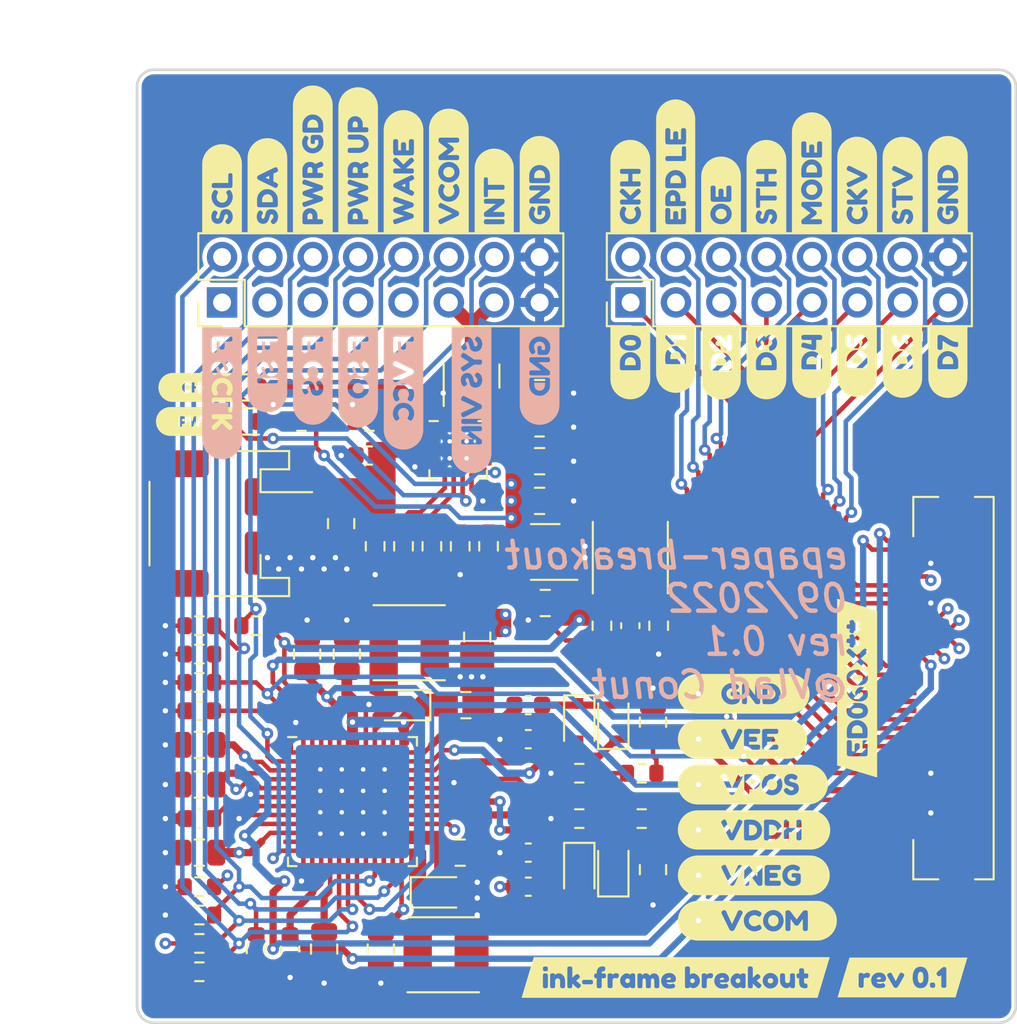
<source format=kicad_pcb>
(kicad_pcb (version 20211014) (generator pcbnew)
  (title_block (title "epaper-breakout") (date "09/2022") (rev "0.1") (comment 1 "@Vlad Conut"))
  (layers (0 "F.Cu" signal) (1 "In1.Cu" signal) (2 "In2.Cu" signal) (31 "B.Cu" signal) (34 "B.Paste" user) (35 "F.Paste" user) (36 "B.SilkS" user "B.Silkscreen") (37 "F.SilkS" user "F.Silkscreen") (38 "B.Mask" user) (39 "F.Mask" user) (44 "Edge.Cuts" user))
  (net 0 "")
  (net 1 "/epaper-connection/EPD_VEE")
  (net 2 "GND")
  (net 3 "/epaper-pmic/SYS_VBUS")
  (net 4 "/epaper-pmic/VB")
  (net 5 "/SYS_VIN")
  (net 6 "/epaper-connection/EPD_VPOS")
  (net 7 "/epaper-connection/EPD_VCOM")
  (net 8 "Net-(C17-Pad1)")
  (net 9 "Net-(C17-Pad2)")
  (net 10 "Net-(C18-Pad1)")
  (net 11 "Net-(C19-Pad2)")
  (net 12 "Net-(C20-Pad1)")
  (net 13 "/epaper-pmic/VN")
  (net 14 "/epaper-connection/EPD_VNEG")
  (net 15 "/epaper-pmic/INT_LDO")
  (net 16 "/epaper-pmic/VREF")
  (net 17 "/epaper-connection/EPD_VDDH")
  (net 18 "/system-power/FB")
  (net 19 "/system-power/VBAT")
  (net 20 "/system-power/VIN")
  (net 21 "/epaper-pmic/VN_SW")
  (net 22 "Net-(C20-Pad2)")
  (net 23 "Net-(D1-Pad2)")
  (net 24 "/system-power/LX")
  (net 25 "/system-power/EN1")
  (net 26 "Net-(D2-Pad2)")
  (net 27 "/system-power/EN2")
  (net 28 "/epaper-pmic/VDDH_FB")
  (net 29 "/epaper-connection/EPD_NTC")
  (net 30 "/epaper-pmic/VEE_FB")
  (net 37 "/epaper-connection/EPD_VDD")
  (net 38 "/system-power/~{PG}")
  (net 39 "/system-power/~{CHG}")
  (net 40 "/system-power/ILIM")
  (net 41 "/system-power/ISET")
  (net 42 "/system-power/TS")
  (net 43 "/EPD_D0")
  (net 44 "/EPD_CKH")
  (net 45 "/EPD_D1")
  (net 46 "/EPD_LE")
  (net 47 "/EPD_D2")
  (net 48 "/EPD_OE")
  (net 49 "/EPD_D3")
  (net 50 "/EPD_STH")
  (net 51 "/EPD_D4")
  (net 52 "/EPD_MODE")
  (net 53 "/EPD_D5")
  (net 54 "/EPD_CKV")
  (net 55 "/EPD_D6")
  (net 56 "/EPD_STV")
  (net 57 "/EPD_D7")
  (net 58 "/FLASH_SCLK")
  (net 59 "/FLASH_SI")
  (net 60 "/FLASH_CS")
  (net 61 "/FLASH_SO")
  (net 62 "/FLASH_VCC")
  (net 63 "/SCL")
  (net 64 "/SDA")
  (net 65 "/PWR_GD")
  (net 66 "/PWRUP")
  (net 67 "/WAKEUP")
  (net 68 "/VCOM_CTRL")
  (net 69 "/SYS_3V3")
  (net 70 "/nINT")
  (net 71 "Net-(R17-Pad2)")
  (net 72 "/epaper-pmic/VB_SW")
  (footprint "Resistor_SMD:R_0603_1608Metric" (layer "F.Cu") (at 136.2075 95.5675 -90)
    (fp_text reference "R16" hide)
    (fp_text value "10k" hide)
  )
  (footprint "Package_TO_SOT_SMD:SOT-23" (layer "F.Cu") (at 136.8425 86.0425 90)
    (fp_text reference "Q1" hide)
    (fp_text value "AO3401A" hide)
  )
  (footprint "Capacitor_SMD:C_0805_2012Metric" (layer "F.Cu") (at 129.54 94.2975 -90)
    (fp_text reference "C9" hide)
    (fp_text value "10u;16V" hide)
  )
  (footprint "Resistor_SMD:R_0603_1608Metric" (layer "F.Cu") (at 124.7775 100.0125 180)
    (fp_text reference "R7" hide)
    (fp_text value "100k" hide)
  )
  (footprint "kibuzzard-6304CBC7" (layer "F.Cu") (at 150.8125 85.286454 90)
    (fp_text reference "kibuzzard-17" hide)
    (fp_text value "G***" hide)
  )
  (footprint "Capacitor_SMD:C_0805_2012Metric" (layer "F.Cu") (at 140.655 90.805)
    (fp_text reference "C21" hide)
    (fp_text value "10u;16V" hide)
  )
  (footprint "kibuzzard-6304CD7C" (layer "F.Cu") (at 127.9525 73.916778 90)
    (fp_text reference "kibuzzard-5" hide)
    (fp_text value "G***" hide)
  )
  (footprint "Connector_PinHeader_2.54mm:PinHeader_2x08_P2.54mm_Vertical" (layer "F.Cu") (at 145.7475 81.92 90)
    (fp_text reference "J3" hide)
    (fp_text value "Conn_02x08_Odd_Even" hide)
  )
  (footprint "TestPoint:TestPoint_Pad_D1.5mm" (layer "F.Cu") (at 149.5425 116.5225)
    (fp_text reference "TP6" hide)
    (fp_text value "TestPoint" hide)
  )
  (footprint "Capacitor_SMD:C_0603_1608Metric" (layer "F.Cu") (at 140.0175 112.7125)
    (fp_text reference "C19" hide)
    (fp_text value "100n;25V" hide)
  )
  (footprint "kibuzzard-6304CBC0" (layer "F.Cu") (at 153.3525 85.282088 90)
    (fp_text reference "kibuzzard-25" hide)
    (fp_text value "G***" hide)
  )
  (footprint "kibuzzard-6304C9DD" (layer "F.Cu") (at 158.4325 103.505 90)
    (fp_text reference "kibuzzard-30" hide)
    (fp_text value "G***" hide)
  )
  (footprint "Resistor_SMD:R_0603_1608Metric" (layer "F.Cu") (at 127.3175 86.6775 180)
    (fp_text reference "R9" hide)
    (fp_text value "1k" hide)
  )
  (footprint "Capacitor_SMD:C_0805_2012Metric" (layer "F.Cu") (at 140.655 86.995)
    (fp_text reference "C16" hide)
    (fp_text value "10u;16V" hide)
  )
  (footprint "Resistor_SMD:R_0603_1608Metric" (layer "F.Cu") (at 131.445 95.5675 -90)
    (fp_text reference "R13" hide)
    (fp_text value "DNP" hide)
  )
  (footprint "Capacitor_SMD:C_0805_2012Metric" (layer "F.Cu") (at 121.6025 106.68)
    (fp_text reference "C2" hide)
    (fp_text value "4u7;25V" hide)
  )
  (footprint "kibuzzard-6304CD62" (layer "F.Cu") (at 122.8725 75.559444 90)
    (fp_text reference "kibuzzard-3" hide)
    (fp_text value "G***" hide)
  )
  (footprint "Capacitor_SMD:C_0805_2012Metric" (layer "F.Cu") (at 140.97 98.7425 180)
    (fp_text reference "C23" hide)
    (fp_text value "10u;16V" hide)
  )
  (footprint "Diode_SMD:D_SOD-323" (layer "F.Cu") (at 142.875 113.665 -90)
    (fp_text reference locked "D6" hide)
    (fp_text value "B5819WS" hide)
  )
  (footprint "LED_SMD:LED_0603_1608Metric" (layer "F.Cu") (at 124.1425 86.6775)
    (fp_text reference "D1" hide)
    (fp_text value "RED" hide)
  )
  (footprint "kibuzzard-63052A0A" (layer "F.Cu") (at 152.661143 111.4425)
    (fp_text reference "kibuzzard-21" hide)
    (fp_text value "G***" hide)
  )
  (footprint "kibuzzard-6304CA9B" (layer "F.Cu") (at 160.9725 75.354656 90)
    (fp_text reference "kibuzzard-31" hide)
    (fp_text value "G***" hide)
  )
  (footprint "kibuzzard-6304CAAC" (layer "F.Cu") (at 145.7325 75.438 90)
    (fp_text reference "kibuzzard-11" hide)
    (fp_text value "G***" hide)
  )
  (footprint "Connector_PinHeader_2.54mm:PinHeader_2x08_P2.54mm_Vertical" (layer "F.Cu") (at 122.8725 81.92 90)
    (fp_text reference "J1" hide)
    (fp_text value "Conn_02x08_Odd_Even" hide)
  )
  (footprint "kibuzzard-6304CA4F" (layer "F.Cu") (at 150.8125 75.905916 90)
    (fp_text reference "kibuzzard-16" hide)
    (fp_text value "G***" hide)
  )
  (footprint "Inductor_SMD:L_Taiyo-Yuden_NR-40xx" (layer "F.Cu") (at 133.35 100.965 180)
    (fp_text reference "L1" hide)
    (fp_text value "2u2" hide)
  )
  (footprint "Connector_JST:JST_PH_S2B-PH-SM4-TB_1x02-1MP_P2.00mm_Horizontal" (layer "F.Cu") (at 123.317 94.2975 -90)
    (fp_text reference "J2" hide)
    (fp_text value "Conn_01x02" hide)
  )
  (footprint "TestPoint:TestPoint_Pad_D1.5mm" (layer "F.Cu") (at 149.5425 103.8225)
    (fp_text reference "TP1" hide)
    (fp_text value "TestPoint" hide)
  )
  (footprint "Capacitor_SMD:C_0805_2012Metric" (layer "F.Cu") (at 131.7625 118.11 -90)
    (fp_text reference "C12" hide)
    (fp_text value "10u;16V" hide)
  )
  (footprint "Resistor_SMD:R_0603_1608Metric" (layer "F.Cu") (at 142.875 108.2675 180)
    (fp_text reference "R19" hide)
    (fp_text value "47k5" hide)
  )
  (footprint "kibuzzard-6304CA26" (layer "F.Cu") (at 148.2725 74.307303 90)
    (fp_text reference "kibuzzard-13" hide)
    (fp_text value "G***" hide)
  )
  (footprint "Resistor_SMD:R_0603_1608Metric" (layer "F.Cu") (at 144.145 100.0125 -90)
    (fp_text reference "R21" hide)
    (fp_text value "430k" hide)
  )
  (footprint "TestPoint:TestPoint_Pad_D1.5mm" (layer "F.Cu") (at 149.5425 106.3625)
    (fp_text reference "TP2" hide)
    (fp_text value "TestPoint" hide)
  )
  (footprint "Capacitor_SMD:C_0603_1608Metric" (layer "F.Cu") (at 121.6025 104.775)
    (fp_text reference "C1" hide)
    (fp_text value "4u7;6V3" hide)
  )
  (footprint "Resistor_SMD:R_0603_1608Metric" (layer "F.Cu") (at 121.6025 100.0125)
    (fp_text reference "R1" hide)
    (fp_text value "100k" hide)
  )
  (footprint "kibuzzard-6305306A" (layer "F.Cu") (at 152.0825 103.8225)
    (fp_text reference "kibuzzard-18" hide)
    (fp_text value "G***" hide)
  )
  (footprint "Capacitor_SMD:C_0603_1608Metric" (layer "F.Cu") (at 140.0175 114.6175 180)
    (fp_text reference "C20" hide)
    (fp_text value "10n;25V" hide)
  )
  (footprint "Capacitor_SMD:C_0603_1608Metric" (layer "F.Cu") (at 145.7325 100.0125 -90)
    (fp_text reference "C24" hide)
    (fp_text value "22p" hide)
  )
  (footprint "Diode_SMD:D_SOD-323" (layer "F.Cu") (at 144.78 105.41 90)
    (fp_text reference "D7" hide)
    (fp_text value "B5819WS" hide)
  )
  (footprint "kibuzzard-6304CB97" (layer "F.Cu") (at 163.5125 85.243591 90)
    (fp_text reference "kibuzzard-35" hide)
    (fp_text value "G***" hide)
  )
  (footprint "Capacitor_SMD:C_0805_2012Metric" (layer "F.Cu") (at 136.525 104.4575)
    (fp_text reference "C14" hide)
    (fp_text value "4u7;25V" hide)
  )
  (footprint "kibuzzard-6304CA8E" (layer "F.Cu") (at 158.4325 75.351481 90)
    (fp_text reference "kibuzzard-28" hide)
    (fp_text value "G***" hide)
  )
  (footprint "Package_DFN_QFN:VQFN-16-1EP_3x3mm_P0.5mm_EP1.45x1.45mm_ThermalVias" (layer "F.Cu") (at 136.0925 90.17)
    (fp_text reference "U2" hide)
    (fp_text value "BQ24075RGT" hide)
  )
  (footprint "Resistor_SMD:R_0603_1608Metric" (layer "F.Cu") (at 147.32 100.0125 -90)
    (fp_text reference "R24" hide)
    (fp_text value "100K" hide)
  )
  (footprint "Capacitor_SMD:C_0805_2012Metric" (layer "F.Cu") (at 136.2075 112.7125)
    (fp_text reference "C13" hide)
    (fp_text value "4u7;25V" hide)
  )
  (footprint "Resistor_SMD:R_0603_1608Metric" (layer "F.Cu") (at 127.3175 88.5825 180)
    (fp_text reference "R10" hide)
    (fp_text value "1k" hide)
  )
  (footprint "Inductor_SMD:L_Taiyo-Yuden_NR-40xx" (layer "F.Cu") (at 145.7325 96.2025 -90)
    (fp_text reference "L3" hide)
    (fp_text value "2u2" hide)
  )
  (footprint "Package_DFN_QFN:VQFN-48-1EP_7x7mm_P0.5mm_EP4.1x4.1mm_ThermalVias" (layer "F.Cu") (at 130.175 109.855)
    (fp_text reference "U1" hide)
    (fp_text value "TPS65185" hide)
  )
  (footprint "TestPoint:TestPoint_Pad_D1.5mm" (layer "F.Cu") (at 149.5425 113.9825)
    (fp_text reference "TP5" hide)
    (fp_text value "TestPoint" hide)
  )
  (footprint "Resistor_SMD:R_0603_1608Metric" (layer "F.Cu") (at 121.6025 119.38)
    (fp_text reference "R6" hide)
    (fp_text value "2k2" hide)
  )
  (footprint "Resistor_SMD:R_0603_1608Metric" (layer "F.Cu") (at 146.3675 108.2675)
    (fp_text reference "R22" hide)
    (fp_text value "1M" hide)
  )
  (footprint "LED_SMD:LED_0603_1608Metric" (layer "F.Cu") (at 124.1425 88.5825)
    (fp_text reference "D2" hide)
    (fp_text value "RED" hide)
  )
  (footprint "kibuzzard-6304CA73" (layer "F.Cu") (at 153.3525 75.441175 90)
    (fp_text reference "kibuzzard-24" hide)
    (fp_text value "G***" hide)
  )
  (footprint "Resistor_SMD:R_0603_1608Metric" (layer "F.Cu") (at 137.795 95.5675 -90)
    (fp_text reference "R17" hide)
    (fp_text value "100k" hide)
  )
  (footprint "kibuzzard-63052A6A" (layer "F.Cu") (at 152.014237 106.3625)
    (fp_text reference "kibuzzard-19" hide)
    (fp_text value "G***" hide)
  )
  (footprint "Diode_SMD:D_SOD-323" (layer "F.Cu") (at 134.9375 114.935)
    (fp_text reference "D4" hide)
    (fp_text value "B5819WS" hide)
  )
  (footprint "TestPoint:TestPoint_Pad_D1.5mm" (layer "F.Cu") (at 149.5425 111.4425)
    (fp_text reference "TP4" hide)
    (fp_text value "TestPoint" hide)
  )
  (footprint "Capacitor_SMD:C_0805_2012Metric" (layer "F.Cu") (at 121.6025 108.9025)
    (fp_text reference "C3" hide)
    (fp_text value "4u7;25V" hide)
  )
  (footprint "kibuzzard-6304CBD9" (layer "F.Cu") (at 145.7325 85.282485 90)
    (fp_text reference "kibuzzard-12" hide)
    (fp_text value "G***" hide)
  )
  (footprint "kibuzzard-6304CDA2" (layer "F.Cu") (at 133.0325 74.605356 90)
    (fp_text reference "kibuzzard-7" hide)
    (fp_text value "G***" hide)
  )
  (footprint "Capacitor_SMD:C_0805_2012Metric" (layer "F.Cu") (at 147.0025 113.665 -90)
    (fp_text reference "C26" hide)
    (fp_text value "4u7;50V" hide)
  )
  (footprint "kibuzzard-6304CE9C" (layer "F.Cu") (at 138.1125 75.683666 90)
    (fp_text reference "kibuzzard-9" hide)
    (fp_text value "G***" hide)
  )
  (footprint "Diode_SMD:D_SOD-323" (layer "F.Cu") (at 142.875 105.41 -90)
    (fp_text reference "D5" hide)
    (fp_text value "B5819WS" hide)
  )
  (footprint "kibuzzard-6304CBB8" (layer "F.Cu") (at 155.8925 85.249147 90)
    (fp_text reference "kibuzzard-27" hide)
    (fp_text value "G***" hide)
  )
  (footprint "Capacitor_SMD:C_0805_2012Metric" (layer "F.Cu") (at 121.6 112.7125 180)
    (fp_text reference "C5" hide)
    (fp_text value "10u;16V" hide)
  )
  (footprint "Resistor_SMD:R_0603_1608Metric" (layer "F.Cu") (at 121.6025 114.6175)
    (fp_text reference "R3" hide)
    (fp_text value "100k" hide)
  )
  (footprint "kibuzzard-6304CEA6" (layer "F.Cu") (at 140.6525 75.329653 90)
    (fp_text reference "kibuzzard-10" hide)
    (fp_text value "G***" hide)
  )
  (footprint "Resistor_SMD:R_0603_1608Metric" (layer "F.Cu") (at 121.6025 101.6 180)
    (fp_text reference "R2" hide)
    (fp_text value "43k" hide)
  )
  (footprint "kibuzzard-6304CBCE" (layer "F.Cu") (at 148.2725 85.102304 90)
    (fp_text reference "kibuzzard-14" hide)
    (fp_text value "G***" hide)
  )
  (footprint "Capacitor_SMD:C_0805_2012Metric" (layer "F.Cu") (at 147.0025 105.41 90)
    (fp_text reference "C25" hide)
    (fp_text value "4u7;50V" hide)
  )
  (footprint "kibuzzard-6307DF07" (layer "F.Cu") (at 148.2725 119.6975)
    (fp_text reference "kibuzzard-15" hide)
    (fp_text value "G***" hide)
  )
  (footprint "Capacitor_SMD:C_0603_1608Metric" (layer "F.Cu") (at 140.0175 104.4575 180)
    (fp_text reference "C17" hide)
    (fp_text value "10n;25V" hide)
  )
  (footprint "Capacitor_SMD:C_0603_1608Metric" (layer "F.Cu") (at 131.1275 90.4875 180)
    (fp_text reference "C11" hide)
    (fp_text value "100n;25V" hide)
  )
  (footprint "Resistor_SMD:R_0603_1608Metric" (layer "F.Cu") (at 121.6025 116.205)
    (fp_text reference "R4" hide)
    (fp_text value "100k" hide)
  )
  (footprint "Inductor_SMD:L_Taiyo-Yuden_NR-40xx" (layer "F.Cu") (at 135.255 118.4275 180)
    (fp_text reference "L2" hide)
    (fp_text value "4u7" hide)
  )
  (footprint "Resistor_SMD:R_0603_1608Metric" (layer "F.Cu") (at 131.1275 86.6775 180)
    (fp_text reference "R11" hide)
    (fp_text value "1k8" hide)
  )
  (footprint "Diode_SMD:D_SOD-323" (layer "F.Cu") (at 133.0325 104.4575 180)
    (fp_text reference "D3" hide)
    (fp_text value "B5819WS" hide)
  )
  (footprint "Resistor_SMD:R_0603_1608Metric" (layer "F.Cu") (at 134.62 95.5675 90)
    (fp_text reference "R15" hide)
    (fp_text value "DNP" hide)
  )
  (footprint "Diode_SMD:D_SOD-323" (layer "F.Cu") (at 144.78 113.665 90)
    (fp_text reference locked "D8" hide)
    (fp_text value "B5819WS" hide)
  )
  (footprint "kibuzzard-63052A59" (layer "F.Cu") (at 152.595262 108.9025)
    (fp_text reference "kibuzzard-20" hide)
    (fp_text value "G***" hide)
  )
  (footprint "Capacitor_SMD:C_0603_1608Metric" (layer "F.Cu") (at 121.605 110.8075)
    (fp_text reference "C4" hide)
    (fp_text value "4u7;6V3" hide)
  )
  (footprint "Capacitor_SMD:C_0805_2012Metric" (layer "F.Cu") (at 137.16 100.6475 -90)
    (fp_text reference "C15" hide)
    (fp_text value "10u;16V" hide)
  )
  (footprint "Resistor_SMD:R_0603_1608Metric" (layer "F.Cu") (at 121.6025 103.1875)
    (fp_text reference "TH1" hide)
    (fp_text value "10k" hide)
  )
  (footprint "Capacitor_SMD:C_0603_1608Metric" (layer "F.Cu") (at 126.6825 118.11 -90)
    (fp_text reference "C6" hide)
    (fp_text value "4u7;6V3" hide)
  )
  (footprint "Capacitor_SMD:C_0603_1608Metric" (layer "F.Cu") (at 140.0175 106.3625 180)
    (fp_text reference "C18" hide)
    (fp_text value "100n;25V" hide)
  )
  (footprint "epaper-breakout:THD_THD0515-34CL-SN" (layer "F.Cu") (at 162.8775 103.505 90)
    (fp_text reference "U4" hide)
    (fp_text value "ED060X**" hide)
  )
  (footprint "kibuzzard-6304CBAE" (layer "F.Cu") (at 158.4325 85.217 90)
    (fp_text reference "kibuzzard-29" hide)
    (fp_text value "G***" hide)
  )
  (footprint "kibuzzard-63052909" (layer "F.Cu") (at 152.846087 116.5225)
    (fp_text reference "kibuzzard-23" hide)
    (fp_text value "G***" hide)
  )
  (footprint "Capacitor_SMD:C_0805_2012Metric" (layer "F.Cu") (at 128.5875 118.11 90)
    (fp_text reference "C8" hide)
    (fp_text value "4u7;25V" hide)
  )
  (footprint "kibuzzard-6304CD58" (layer "F.Cu") (at 125.4125 75.390375 90)
    (fp_text reference "kibuzzard-4" hide)
    (fp_text value "G***" hide)
  )
  (footprint "Resistor_SMD:R_0603_1608Metric" (layer "F.Cu") (at 121.6025 117.7925)
    (fp_text reference "R5" hide)
    (fp_text value "2k2" hide)
  )
  (footprint "Resistor_SMD:R_0603_1608Metric" (layer "F.Cu") (at 133.0325 95.5675 90)
    (fp_text reference "R14" hide)
    (fp_text value "10k" hide)
  )
  (footprint "TestPoint:TestPoint_Pad_D1.5mm" (layer "F.Cu") (at 149.5425 108.9025)
    (fp_text reference "TP3" hide)
    (fp_text value "TestPoint" hide)
  )
  (footprint "kibuzzard-6304CBA2" (layer "F.Cu") (at 160.9725 85.240019 90)
    (fp_text reference "kibuzzard-32" hide)
    (fp_text value "G***" hide)
  )
  (footprint "kibuzzard-6304CE57" (layer "F.Cu") (at 135.5725 74.565272 90)
    (fp_text reference "kibuzzard-8" hide)
    (fp_text value "G***" hide)
  )
  (footprint "kibuzzard-6304CA80" (layer "F.Cu") (at 155.8925 74.668459 90)
    (fp_text reference "kibuzzard-26" hide)
    (fp_text value "G***" hide)
  )
  (footprint "Resistor_SMD:R_0603_1608Metric" (layer "F.Cu") (at 146.3675 110.8075)
    (fp_text reference "R23" hide)
    (fp_text value "1M" hide)
  )
  (footprint "Package_TO_SOT_SMD:TSOT-23-6" (layer "F.Cu") (at 140.97 95.885 180)
    (fp_text reference "U3" hide)
    (fp_text value "AP3401" hide)
  )
  (footprint "kibuzzard-6304CEA6" (layer "F.Cu") (at 163.5125 75.329653 90)
    (fp_text reference "kibuzzard-34" hide)
    (fp_text value "G***" hide)
  )
  (footprint "Capacitor_SMD:C_0805_2012Metric" (layer "F.Cu") (at 127.635 101.6025 90)
    (fp_text reference "C7" hide)
    (fp_text value "4u7;25V" hide)
  )
  (footprint "Resistor_SMD:R_0603_1608Metric" (layer "F.Cu") (at 142.875 110.8075 180)
    (fp_text reference "R20" hide)
    (fp_text value "52k3" hide)
  )
  (footprint "kibuzzard-6306091E" (layer "F.Cu") (at 121.533246 88.5825)
    (fp_text reference "kibuzzard-2" hide)
    (fp_text value "G***" hide)
  )
  (footprint "Resistor_SMD:R_0603_1608Metric" (layer "F.Cu") (at 131.1275 88.5825 180)
    (fp_text reference "R12" hide)
    (fp_text value "10k" hide)
  )
  (footprint "kibuzzard-63060977" (layer "F.Cu") (at 121.6025 86.6775)
    (fp_text reference "kibuzzard-1" hide)
    (fp_text value "G***" hide)
  )
  (footprint "Capacitor_SMD:C_0805_2012Metric" (layer "F.Cu") (at 129.8575 101.6 90)
    (fp_text reference "C10" hide)
    (fp_text value "4u7;25V" hide)
  )
  (footprint "kibuzzard-6304CD98" (layer "F.Cu") (at 130.4925 73.966388 90)
    (fp_text reference "kibuzzard-6" hide)
    (fp_text value "G***" hide)
  )
  (footprint "Capacitor_SMD:C_0805_2012Metric" (layer "F.Cu") (at 140.6525 93.0275)
    (fp_text reference "C22" hide)
    (fp_text value "10u;16V" hide)
  )
  (footprint "Resistor_SMD:R_0603_1608Metric" (layer "F.Cu") (at 140.6525 88.9)
    (fp_text reference "R18" hide)
    (fp_text value "1k8" hide)
  )
  (footprint "Resistor_SMD:R_0603_1608Metric" (layer "F.Cu") (at 124.7775 118.11 90)
    (fp_text reference "R8" hide)
    (fp_text value "100k" hide)
  )
  (footprint "kibuzzard-63108B63" (layer "F.Cu") (at 160.9725 119.6975)
    (fp_text reference "kibuzzard-33" hide)
    (fp_text value "G***" hide)
  )
  (footprint "kibuzzard-630529E3" (layer "F.Cu") (at 152.64765 113.9825)
    (fp_text reference "kibuzzard-22" hide)
    (fp_text value "G***" hide)
  )
  (footprint "kibuzzard-6304CEA6" (layer "B.Cu") (at 140.6525 86.0425 -90)
    (fp_text reference "kibuzzard-34" hide)
    (fp_text value "G***" hide)
  )
  (footprint "kibuzzard-631C7BE9" (layer "B.Cu") (at 122.8725 87.006509 -90)
    (fp_text reference "kibuzzard-631C7BE9" hide)
    (fp_text value "G***" hide)
  )
  (footprint "kibuzzard-631C7BDB" (layer "B.Cu") (at 125.4125 85.69444 -90)
    (fp_text reference "kibuzzard-631C7BDB" hide)
    (fp_text value "G***" hide)
  )
  (footprint "kibuzzard-631C7B6B" (layer "B.Cu") (at 136.8425 87.401003 -90)
    (fp_text reference "kibuzzard-631C7B6B" hide)
    (fp_text value "G***" hide)
  )
  (footprint "kibuzzard-631C7BCA" (layer "B.Cu") (at 127.9525 86.041309 -90)
    (fp_text reference "kibuzzard-631C7BCA" hide)
    (fp_text value "G***" hide)
  )
  (footprint "kibuzzard-631C7BBA" (layer "B.Cu") (at 130.4925 86.118303 -90)
    (fp_text reference "kibuzzard-631C7BBA" hide)
    (fp_text value "G***" hide)
  )
  (footprint "kibuzzard-631C7BA9" (layer "B.Cu") (at 133.0325 86.737031 -90)
    (fp_text reference "kibuzzard-631C7BA9" hide)
    (fp_text value "G***" hide)
  )
  (gr_line (start 119.0625 122.2375) (end 166.37 122.2375) (layer "Edge.Cuts") (width 0.15))
  (gr_arc (start 118.11 69.85) (mid 118.388981 69.176481) (end 119.0625 68.8975) (layer "Edge.Cuts") (width 0.15))
  (gr_arc (start 119.0625 122.2375) (mid 118.388981 121.958519) (end 118.11 121.285) (layer "Edge.Cuts") (width 0.15))
  (gr_arc (start 166.37 68.8975) (mid 167.043519 69.176481) (end 167.3225 69.85) (layer "Edge.Cuts") (width 0.15))
  (gr_line (start 167.3225 121.285) (end 167.3225 69.85) (layer "Edge.Cuts") (width 0.15))
  (gr_line (start 166.37 68.8975) (end 119.0625 68.8975) (layer "Edge.Cuts") (width 0.15))
  (gr_line (start 118.11 69.85) (end 118.11 121.285) (layer "Edge.Cuts") (width 0.15))
  (gr_arc (start 167.3225 121.285) (mid 167.043519 121.958519) (end 166.37 122.2375) (layer "Edge.Cuts") (width 0.15))
  (gr_text "${TITLE}\n${ISSUE_DATE}\nrev ${REVISION}\n${COMMENT1}" (at 158.115 99.695) (layer "B.SilkS") (effects (font (size 1.5 1.5) (thickness 0.25) italic) (justify left mirror)))
  (segment (start 135.2529 106.9778) (end 134.6257 107.605) (width 0.254) (layer "F.Cu") (net 1))
  (segment (start 149.54 106.36) (end 149.5425 106.3625) (width 0.4064) (layer "F.Cu") (net 1))
  (segment (start 143.98875 107.315) (end 144.84375 106.46) (width 0.4064) (layer "F.Cu") (net 1))
  (segment (start 149.545 106.365) (end 149.545 106.36) (width 0.3556) (layer "F.Cu") (net 1))
  (segment (start 147.06625 106.36) (end 149.54 106.36) (width 0.4064) (layer "F.Cu") (net 1))
  (segment (start 160.4675 111.255) (end 160.3375 111.125) (width 0.254) (layer "F.Cu") (net 1))
  (segment (start 140.08125 108.2675) (end 141.03375 107.315) (width 0.4064) (layer "F.Cu") (net 1))
  (segment (start 147.1925 108.2675) (end 147.1925 107.505) (width 0.254) (layer "F.Cu") (net 1))
  (segment (start 160.3375 111.125) (end 154.305 111.125) (width 0.3556) (layer "F.Cu") (net 1))
  (segment (start 154.305 111.125) (end 149.545 106.365) (width 0.3556) (layer "F.Cu") (net 1))
  (segment (start 144.94375 106.36) (end 144.84375 106.46) (width 0.4064) (layer "F.Cu") (net 1))
  (segment (start 147.06625 106.36) (end 144.94375 106.36) (width 0.4064) (layer "F.Cu") (net 1))
  (segment (start 134.6257 107.605) (end 133.625 107.605) (width 0.254) (layer "F.Cu") (net 1))
  (segment (start 147.0025 107.315) (end 147.0025 106.36) (width 0.254) (layer "F.Cu") (net 1))
  (segment (start 161.3025 111.255) (end 160.4675 111.255) (width 0.254) (layer "F.Cu") (net 1))
  (segment (start 147.1925 107.505) (end 147.0025 107.315) (width 0.254) (layer "F.Cu") (net 1))
  (segment (start 141.03375 107.315) (end 143.98875 107.315) (width 0.4064) (layer "F.Cu") (net 1))
  (segment (start 135.89 106.9778) (end 135.2529 106.9778) (width 0.254) (layer "F.Cu") (net 1))
  (via (at 149.545 106.36) (size 0.65) (drill 0.3) (layers "F.Cu" "B.Cu") (net 1))
  (via (at 140.08125 108.2675) (size 0.65) (drill 0.3) (layers "F.Cu" "B.Cu") (net 1))
  (via (at 135.89 106.9778) (size 0.65) (drill 0.3) (layers "F.Cu" "B.Cu") (net 1))
  (segment (start 138.7475 108.2675) (end 140.08125 108.2675) (width 0.4064) (layer "B.Cu") (net 1))
  (segment (start 137.4578 106.9778) (end 138.7475 108.2675) (width 0.4064) (layer "B.Cu") (net 1))
  (segment (start 135.89 106.9778) (end 137.4578 106.9778) (width 0.4064) (layer "B.Cu") (net 1))
  (segment (start 162.56 110.49) (end 162.295 110.755) (width 0.254) (layer "F.Cu") (net 2))
  (segment (start 130.3025 86.6775) (end 130.3025 87.5025) (width 0.254) (layer "F.Cu") (net 2))
  (segment (start 120.65 112.7125) (end 119.6975 112.7125) (width 0.508) (layer "F.Cu") (net 2))
  (segment (start 127.3175 114.3) (end 127.681091 114.3) (width 0.254) (layer "F.Cu") (net 2))
  (segment (start 119.6975 106.68) (end 120.6525 106.68) (width 0.6096) (layer "F.Cu") (net 2))
  (segment (start 162.56 96.52) (end 162.295 96.255) (width 0.254) (layer "F.Cu") (net 2))
  (segment (start 162.56 108.2675) (end 162.0725 108.755) (width 0.254) (layer "F.Cu") (net 2))
  (segment (start 147.32 100.8375) (end 147.32 101.6) (width 0.254) (layer "F.Cu") (net 2))
  (segment (start 120.7775 116.205) (end 119.6975 116.205) (width 0.254) (layer "F.Cu") (net 2))
  (segment (start 162.0725 108.755) (end 161.3025 108.755) (width 0.254) (layer "F.Cu") (net 2))
  (segment (start 130.3025 87.7575) (end 130.175 87.63) (width 0.254) (layer "F.Cu") (net 2))
  (segment (start 133.87 90.92) (end 133.6675 91.1225) (width 0.254) (layer "F.Cu") (net 2))
  (segment (start 140.02 99.6925) (end 140.0175 99.695) (width 0.508) (layer "F.Cu") (net 2))
  (segment (start 141.2875 110.8075) (end 142.05 110.8075) (width 0.508) (layer "F.Cu") (net 2))
  (segment (start 130.3525 90.4875) (end 129.54 90.4875) (width 0.508) (layer "F.Cu") (net 2))
  (segment (start 130.3025 88.5825) (end 130.3025 87.7575) (width 0.254) (layer "F.Cu") (net 2))
  (segment (start 120.7775 103.1875) (end 119.6975 103.1875) (width 0.254) (layer "F.Cu") (net 2))
  (segment (start 120.7775 101.6) (end 119.6975 101.6) (width 0.254) (layer "F.Cu") (net 2))
  (segment (start 124.614688 109.605) (end 126.725 109.605) (width 0.254) (layer "F.Cu") (net 2))
  (segment (start 130.925 104.589114) (end 131.096745 104.417369) (width 0.254) (layer "F.Cu") (net 2))
  (segment (start 142.875 95.885) (end 143.1925 96.2025) (width 0.508) (layer "F.Cu") (net 2))
  (segment (start 162.56 110.49) (end 162.325 110.255) (width 0.254) (layer "F.Cu") (net 2))
  (segment (start 135.27 86.98) (end 135.255 86.995) (width 0.508) (layer "F.Cu") (net 2))
  (segment (start 135.550203 109.105) (end 133.625 109.105) (width 0.254) (layer "F.Cu") (net 2))
  (segment (start 136.8425 92.3925) (end 137.4775 93.0275) (width 0.254) (layer "F.Cu") (net 2))
  (segment (start 126.6825 118.885) (end 126.6825 119.6975) (width 0.6096) (layer "F.Cu") (net 2))
  (segment (start 135.8425 89.47) (end 135.6175 89.695) (width 0.254) (layer "F.Cu") (net 2))
  (segment (start 130.925 106.405) (end 130.925 104.589114) (width 0.254) (layer "F.Cu") (net 2))
  (segment (start 119.6975 104.775) (end 120.8275 104.775) (width 0.254) (layer "F.Cu") (net 2))
  (segment (start 119.6975 110.8075) (end 120.83 110.8075) (width 0.6096) (layer "F.Cu") (net 2))
  (segment (start 162.56 98.7425) (end 162.0475 99.255) (width 0.254) (layer "F.Cu") (net 2))
  (segment (start 162.0475 99.255) (end 161.3025 99.255) (width 0.254) (layer "F.Cu") (net 2))
  (segment (start 136.8425 91.6075) (end 136.8425 92.3925) (width 0.254) (layer "F.Cu") (net 2))
  (segment (start 136.2075 96.3925) (end 136.2075 97.155) (width 0.254) (layer "F.Cu") (net 2))
  (segment (start 130.3025 87.5025) (end 130.175 87.63) (width 0.254) (layer "F.Cu") (net 2))
  (segment (start 141.6025 93.0275) (end 142.5575 93.0275) (width 0.508) (layer "F.Cu") (net 2))
  (segment (start 162.0475 107.755) (end 161.3025 107.755) (width 0.254) (layer "F.Cu") (net 2))
  (segment (start 126.725 110.605) (end 124.0275 110.605) (width 0.254) (layer "F.Cu") (net 2))
  (segment (start 142.875 95.885) (end 143.1925 95.5675) (width 0.508) (layer "F.Cu") (net 2))
  (segment (start 141.6045 88.9) (end 142.5575 88.9) (width 0.254) (layer "F.Cu") (net 2))
  (segment (start 142.1075 95.885) (end 142.875 95.885) (width 0.508) (layer "F.Cu") (net 2))
  (segment (start 120.7775 100.0125) (end 119.6975 100.0125) (width 0.254) (layer "F.Cu") (net 2))
  (segment (start 131.445 96.3925) (end 131.445 97.155) (width 0.254) (layer "F.Cu") (net 2))
  (segment (start 147.0025 114.615) (end 147.0025 115.6405) (width 0.508) (layer "F.Cu") (net 2))
  (segment (start 138.4387 106.3625) (end 138.43 106.3712) (width 0.508) (layer "F.Cu") (net 2))
  (segment (start 139.30625 112.7125) (end 138.43 112.7125) (width 0.508) (layer "F.Cu") (net 2))
  (segment (start 135.8925 86.98) (end 135.27 86.98) (width 0.508) (layer "F.Cu") (net 2))
  (segment (start 131.7625 119.06) (end 131.7625 120.015) (width 0.6096) (layer "F.Cu") (net 2))
  (segment (start 128.5875 119.06) (end 128.5875 120.015) (width 0.6096) (layer "F.Cu") (net 2))
  (segment (start 134.262 90.92) (end 133.87 90.92) (width 0.254) (layer "F.Cu") (net 2))
  (segment (start 135.8425 88.7325) (end 135.8425 89.47) (width 0.254) (layer "F.Cu") (net 2))
  (segment (start 120.7775 114.6175) (end 119.6975 114.6175) (width 0.254) (layer "F.Cu") (net 2))
  (segment (start 162.56 108.2675) (end 162.0475 107.755) (width 0.254) (layer "F.Cu") (net 2))
  (segment (start 129.8575 100.65) (end 129.8575 99.695) (width 0.6096) (layer "F.Cu") (net 2))
  (segment (start 124.46 109.450312) (end 124.614688 109.605) (width 0.254) (layer "F.Cu") (net 2))
  (segment (start 135.858563 108.79664) (end 135.550203 109.105) (width 0.254) (layer "F.Cu") (net 2))
  (segment (start 162.325 96.755) (end 161.3025 96.755) (width 0.254) (layer "F.Cu") (net 2))
  (segment (start 162.325 110.255) (end 161.3025 110.255) (width 0.254) (layer "F.Cu") (net 2))
  (segment (start 162.295 110.755) (end 161.3025 110.755) (width 0.254) (layer "F.Cu") (net 2))
  (segment (start 127.681091 114.3) (end 127.925 114.056091) (width 0.254) (layer "F.Cu") (net 2))
  (segment (start 162.56 96.52) (end 162.325 96.755) (width 0.254) (layer "F.Cu") (net 2))
  (segment (start 127.635 100.6525) (end 127.635 99.695) (width 0.6096) (layer "F.Cu") (net 2))
  (segment (start 162.295 96.255) (end 161.3025 96.255) (width 0.254) (layer "F.Cu") (net 2))
  (segment (start 142.11375 108.2675) (end 141.2875 108.2675) (width 0.508) (layer "F.Cu") (net 2))
  (segment (start 139.30625 106.3625) (end 138.4387 106.3625) (width 0.508) (layer "F.Cu") (net 2))
  (segment (start 141.605 90.805) (end 142.5575 90.805) (width 0.508) (layer "F.Cu") (net 2))
  (segment (start 127.425 106.405) (end 127.425 105.8547) (width 0.254) (layer "F.Cu") (net 2))
  (segment (start 127.925 114.056091) (end 127.925 113.305) (width 0.254) (layer "F.Cu") (net 2))
  (segment (start 127.425 105.8547) (end 127 105.4297) (width 0.254) (layer "F.Cu") (net 2))
  (segment (start 119.6975 108.9025) (end 120.6525 108.9025) (width 0.6096) (layer "F.Cu") (net 2))
  (segment (start 124.0275 110.605) (end 123.825 110.8075) (width 0.254) (layer "F.Cu") (net 2))
  (segment (start 141.605 86.995) (end 142.5575 86.995) (width 0.508) (layer "F.Cu") (net 2))
  (segment (start 147.0025 103.505) (end 147.0025 104.46) (width 0.508) (layer "F.Cu") (net 2))
  (segment (start 140.02 98.425) (end 140.02 99.6925) (width 0.508) (layer "F.Cu") (net 2))
  (via (at 126.6825 96.2025) (size 0.65) (drill 0.3) (layers "F.Cu" "B.Cu") (net 2))
  (via (at 130.175 87.63) (size 0.65) (drill 0.3) (layers "F.Cu" "B.Cu") (net 2))
  (via (at 119.6975 114.6175) (size 0.65) (drill 0.3) (layers "F.Cu" "B.Cu") (net 2))
  (via (at 162.56 98.7425) (size 0.65) (drill 0.3) (layers "F.Cu" "B.Cu") (net 2))
  (via (at 119.6975 103.1875) (size 0.65) (drill 0.3) (layers "F.Cu" "B.Cu") (net 2))
  (via (at 119.6975 110.8075) (size 0.65) (drill 0.3) (layers "F.Cu" "B.Cu") (net 2))
  (via (at 162.56 96.52) (size 0.65) (drill 0.3) (layers "F.Cu" "B.Cu") (net 2))
  (via (at 119.6975 104.775) (size 0.65) (drill 0.3) (layers "F.Cu" "B.Cu") (net 2))
  (via (at 128.5875 120.015) (size 0.65) (drill 0.3) (layers "F.Cu" "B.Cu") (net 2))
  (via (at 147.0025 115.6405) (size 0.65) (drill 0.3) (layers "F.Cu" "B.Cu") (net 2))
  (via (at 119.6975 112.7125) (size 0.65) (drill 0.3) (layers "F.Cu" "B.Cu") (net 2))
  (via (at 123.825 110.8075) (size 0.65) (drill 0.3) (layers "F.Cu" "B.Cu") (net 2))
  (via (at 129.8575 96.8375) (size 0.65) (drill 0.3) (layers "F.Cu" "B.Cu") (net 2))
  (via (at 162.56 110.49) (size 0.65) (drill 0.3) (layers "F.Cu" "B.Cu") (net 2))
  (via (at 137.4775 102.87) (size 0.65) (drill 0.3) (layers "F.Cu" "B.Cu") (net 2))
  (via (at 141.2875 108.2675) (size 0.65) (drill 0.3) (layers "F.Cu" "B.Cu") (net 2))
  (via (at 135.255 86.995) (size 0.65) (drill 0.3) (layers "F.Cu" "B.Cu") (net 2))
  (via (at 140.0175 99.695) (size 0.65) (drill 0.3) (layers "F.Cu" "B.Cu") (net 2))
  (via (at 136.2075 97.155) (size 0.65) (drill 0.3) (layers "F.Cu" "B.Cu") (net 2))
  (via (at 162.56 108.2675) (size 0.65) (drill 0.3) (layers "F.Cu" "B.Cu") (net 2))
  (via (at 143.1925 95.5675) (size 0.65) (drill 0.3) (layers "F.Cu" "B.Cu") (net 2))
  (via (at 143.1925 96.2025) (size 0.65) (drill 0.3) (layers "F.Cu" "B.Cu") (net 2))
  (via (at 137.16 114.3705) (size 0.65) (drill 0.3) (layers "F.Cu" "B.Cu") (net 2))
  (via (at 127.3175 96.8375) (size 0.65) (drill 0.3) (layers "F.Cu" "B.Cu") (net 2))
  (via (at 119.6975 116.205) (size 0.65) (drill 0.3) (layers "F.Cu" "B.Cu") (net 2))
  (via (at 142.5575 88.9) (size 0.65) (drill 0.3) (layers "F.Cu" "B.Cu") (net 2))
  (via (at 142.5575 90.805) (size 0.65) (drill 0.3) (layers "F.Cu" "B.Cu") (net 2))
  (via (at 131.096745 104.417369) (size 0.65) (drill 0.3) (layers "F.Cu" "B.Cu") (net 2))
  (via (at 119.6975 100.0125) (size 0.65) (drill 0.3) (layers "F.Cu" "B.Cu") (net 2))
  (via (at 133.6675 91.1225) (size 0.65) (drill 0.3) (layers "F.Cu" "B.Cu") (net 2))
  (via (at 147.32 101.6) (size 0.65) (drill 0.3) (layers "F.Cu" "B.Cu") (net 2))
  (via (at 136.2075 102.87) (size 0.65) (drill 0.3) (layers "F.Cu" "B.Cu") (net 2))
  (via (at 147.0025 103.505) (size 0.65) (drill 0.3) (layers "F.Cu" "B.Cu") (net 2))
  (via (at 137.4775 93.0275) (size 0.65) (drill 0.3) (layers "F.Cu" "B.Cu") (net 2))
  (via (at 126.0475 96.8375) (size 0.65) (drill 0.3) (layers "F.Cu" "B.Cu") (net 2))
  (via (at 149.5425 103.822502) (size 0.65) (drill 0.3) (layers "F.Cu" "B.Cu") (net 2))
  (via (at 131.7625 120.015) (size 0.65) (drill 0.3) (layers "F.Cu" "B.Cu") (net 2))
  (via (at 125.4125 96.2025) (size 0.65) (drill 0.3) (layers "F.Cu" "B.Cu") (net 2))
  (via (at 127 105.4297) (size 0.65) (drill 0.3) (layers "F.Cu" "B.Cu") (net 2))
  (via (at 127.9525 96.2025) (size 0.65) (drill 0.3) (layers "F.Cu" "B.Cu") (net 2))
  (via (at 128.5875 96.8375) (size 0.65) (drill 0.3) (layers "F.Cu" "B.Cu") (net 2))
  (via (at 127.3175 114.3) (size 0.65) (drill 0.3) (layers "F.Cu" "B.Cu") (net 2))
  (via (at 138.43 106.3712) (size 0.65) (drill 0.3) (layers "F.Cu" "B.Cu") (net 2))
  (via (at 124.46 109.450312) (size 0.65) (drill 0.3) (layers "F.Cu" "B.Cu") (net 2))
  (via (at 142.5575 86.995) (size 0.65) (drill 0.3) (layers "F.Cu" "B.Cu") (net 2))
  (via (at 126.6825 119.6975) (size 0.65) (drill 0.3) (layers "F.Cu" "B.Cu") (net 2))
  (via (at 119.6975 108.9025) (size 0.65) (drill 0.3) (layers "F.Cu" "B.Cu") (net 2))
  (via (at 119.6975 106.68) (size 0.65) (drill 0.3) (layers "F.Cu" "B.Cu") (net 2))
  (via (at 137.16 115.2525) (size 0.65) (drill 0.3) (layers "F.Cu" "B.Cu") (net 2))
  (via (at 141.2875 110.8075) (size 0.65) (drill 0.3) (layers "F.Cu" "B.Cu") (net 2))
  (via (at 131.445 97.155) (size 0.65) (drill 0.3) (layers "F.Cu" "B.Cu") (net 2))
  (via (at 119.6975 101.6) (size 0.65) (drill 0.3) (layers "F.Cu" "B.Cu") (net 2))
  (via (at 138.43 112.7125) (size 0.65) (drill 0.3) (layers "F.Cu" "B.Cu") (net 2))
  (via (at 136.8425 102.87) (size 0.65) (drill 0.3) (layers "F.Cu" "B.Cu") (net 2))
  (via (at 129.54 90.4875) (size 0.65) (drill 0.3) (layers "F.Cu" "B.Cu") (net 2))
  (via (at 135.858563 108.79664) (size 0.65) (drill 0.3) (layers "F.Cu" "B.Cu") (net 2))
  (via (at 129.2225 96.2025) (size 0.65) (drill 0.3) (layers "F.Cu" "B.Cu") (net 2))
  (via (at 137.16 116.205) (size 0.65) (drill 0.3) (layers "F.Cu" "B.Cu") (net 2))
  (via (at 127.635 99.695) (size 0.65) (drill 0.3) (layers "F.Cu" "B.Cu") (net 2))
  (via (at 129.8575 99.695) (size 0.65) (drill 0.3) (layers "F.Cu" "B.Cu") (net 2))
  (via (at 142.5575 93.0275) (size 0.65) (drill 0.3) (layers "F.Cu" "B.Cu") (net 2))
  (segment (start 134.62 96.3925) (end 135.445 95.5675) (width 0.254) (layer "F.Cu") (net 3))
  (segment (start 125.5675 111.605) (end 125.095 112.0775) (width 0.254) (layer "F.Cu") (net 3))
  (segment (start 131.7625 117.1575) (end 133.0325 115.8875) (width 0.4064) (layer "F.Cu") (net 3))
  (segment (start 126.7375 111.605) (end 125.5675 111.605) (width 0.254) (layer "F.Cu") (net 3))
  (segment (start 133.0325 96.3925) (end 134.62 96.3925) (width 0.254) (layer "F.Cu") (net 3))
  (segment (start 140.655 94.935) (end 140.97 95.25) (width 0.254) (layer "F.Cu") (net 3))
  (segment (start 128.1425 88.5825) (end 128.1425 86.6775) (width 0.254) (layer "F.Cu") (net 3))
  (segment (start 135.445 95.5675) (end 136.97 95.5675) (width 0.254) (layer "F.Cu") (net 3))
  (segment (start 123.825 112.7125) (end 124.46 112.7125) (width 0.4064) (layer "F.Cu") (net 3))
  (segment (start 140.655 94.935) (end 139.8325 94.935) (width 0.254) (layer "F.Cu") (net 3))
  (segment (start 136.97 95.5675) (end 137.795 94.7425) (width 0.254) (layer "F.Cu") (net 3))
  (segment (start 122.55 112.7125) (end 123.825 112.7125) (width 0.508) (layer "F.Cu") (net 3))
  (segment (start 140.97 95.25) (end 140.97 96.52) (width 0.254) (layer "F.Cu") (net 3))
  (segment (start 141.285 96.835) (end 142.1075 96.835) (width 0.254) (layer "F.Cu") (net 3))
  (segment (start 137.9875 94.935) (end 137.795 94.7425) (width 0.254) (layer "F.Cu") (net 3))
  (segment (start 132.925 115.78) (end 133.0325 115.8875) (width 0.254) (layer "F.Cu") (net 3))
  (segment (start 140.97 96.52) (end 141.285 96.835) (width 0.254) (layer "F.Cu") (net 3))
  (segment (start 128.1425 90.0425) (end 128.5875 90.4875) (width 0.254) (layer "F.Cu") (net 3))
  (segment (start 132.925 113.2925) (end 132.925 115.78) (width 0.254) (layer "F.Cu") (net 3))
  (segment (start 124.46 112.7125) (end 125.095 112.0775) (width 0.4064) (layer "F.Cu") (net 3))
  (segment (start 128.1425 88.5825) (end 128.1425 90.0425) (width 0.254) (layer "F.Cu") (net 3))
  (segment (start 139.8325 94.935) (end 137.9875 94.935) (width 0.254) (layer "F.Cu") (net 3))
  (via (at 139.065 92.075) (size 0.65) (drill 0.3) (layers "F.Cu" "B.Cu") (net 3))
  (via (at 123.825 112.7125) (size 0.65) (drill 0.3) (layers "F.Cu" "B.Cu") (net 3))
  (via (at 133.0325 115.8875) (size 0.65) (drill 0.3) (layers "F.Cu" "B.Cu") (net 3))
  (via (at 139.065 93.98) (size 0.65) (drill 0.3) (layers "F.Cu" "B.Cu") (net 3))
  (via (at 138.7475 99.3775) (size 0.65) (drill 0.3) (layers "F.Cu" "B.Cu") (net 3))
  (via (at 128.5875 90.4875) (size 0.65) (drill 0.3) (layers "F.Cu" "B.Cu") (net 3))
  (via (at 138.7475 100.33) (size 0.65) (drill 0.3) (layers "F.Cu" "B.Cu") (net 3))
  (via (at 139.065 93.0275) (size 0.65) (drill 0.3) (layers "F.Cu" "B.Cu") (net 3))
  (segment (start 135.5725 93.345) (end 136.2075 93.98) (width 0.254) (layer "B.Cu") (net 3))
  (segment (start 131.445 93.345) (end 135.5725 93.345) (width 0.254) (layer "B.Cu") (net 3))
  (segment (start 128.5875 90.4875) (end 131.445 93.345) (width 0.254) (layer "B.Cu") (net 3))
  (segment (start 136.2075 93.98) (end 139.065 93.98) (width 0.254) (layer "B.Cu") (net 3))
  (segment (start 129.8575 103.8225) (end 130.175 104.14) (width 0.6096) (layer "F.Cu") (net 4))
  (segment (start 130.175 105.41) (end 130.175 106.5149) (width 0.6096) (layer "F.Cu") (net 4))
  (segment (start 130.175 104.14) (end 130.175 105.41) (width 0.6096) (layer "F.Cu") (net 4))
  (segment (start 129.8575 103.8225) (end 129.8575 102.55) (width 0.6096) (layer "F.Cu") (net 4))
  (via (at 133.0325 105.41) (size 0.65) (drill 0.3) (layers "F.Cu" "B.Cu") (net 4))
  (via (at 130.175 105.41) (size 0.65) (drill 0.3) (layers "F.Cu" "B.Cu") (net 4))
  (segment (start 130.175 105.41) (end 133.0325 105.41) (width 0.6096) (layer "B.Cu") (net 4))
  (segment (start 136.8425 83.19) (end 135.5725 81.92) (width 0.762) (layer "F.Cu") (net 5))
  (segment (start 136.8425 83.19) (end 136.8425 85.105) (width 0.762) (layer "F.Cu") (net 5))
  (segment (start 136.8425 83.19) (end 138.1125 81.92) (width 0.762) (layer "F.Cu") (net 5))
  (segment (start 128.74625 103.98125) (end 129.46428 104.69928) (width 0.4064) (layer "F.Cu") (net 6))
  (segment (start 129.425 105.13178) (end 129.46428 105.0925) (width 0.254) (layer "F.Cu") (net 6))
  (segment (start 127.635 102.87) (end 127.635 102.5525) (width 0.4064) (layer "F.Cu") (net 6))
  (segment (start 159.2747 95.755) (end 158.7697 95.25) (width 0.254) (layer "F.Cu") (net 6))
  (segment (start 129.46428 104.69928) (end 129.46428 105.0925) (width 0.4064) (layer "F.Cu") (net 6))
  (segment (start 130.425 113.305) (end 130.425 115.185) (width 0.254) (layer "F.Cu") (net 6))
  (segment (start 130.425 115.185) (end 131.1275 115.8875) (width 0.254) (layer "F.Cu") (net 6))
  (segment (start 129.425 106.405) (end 129.425 105.13178) (width 0.254) (layer "F.Cu") (net 6))
  (segment (start 161.3025 95.755) (end 159.2747 95.755) (width 0.254) (layer "F.Cu") (net 6))
  (segment (start 128.74625 103.98125) (end 127.635 102.87) (width 0.4064) (layer "F.Cu") (net 6))
  (via (at 149.5425 108.9025) (size 0.65) (drill 0.3) (layers "F.Cu" "B.Cu") (net 6))
  (via (at 131.1275 115.8875) (size 0.65) (drill 0.3) (layers "F.Cu" "B.Cu") (net 6))
  (via (at 128.74625 103.98125) (size 0.65) (drill 0.3) (layers "F.Cu" "B.Cu") (net 6))
  (via (at 158.7697 95.25) (size 0.65) (drill 0.3) (layers "F.Cu" "B.Cu") (net 6))
  (segment (start 131.947862 115.8875) (end 131.1275 115.8875) (width 0.254) (layer "B.Cu") (net 6))
  (segment (start 151.765 108.9025) (end 149.5425 108.9025) (width 0.3556) (layer "B.Cu") (net 6))
  (segment (start 129.2225 103.505) (end 133.6675 103.505) (width 0.3556) (layer "B.Cu") (net 6))
  (segment (start 158.7697 101.8978) (end 158.7697 95.25) (width 0.3556) (layer "B.Cu") (net 6))
  (segment (start 134.62 104.4575) (end 141.605 104.4575) (width 0.3556) (layer "B.Cu") (net 6))
  (segment (start 134.62 104.4575) (end 134.62 113.215362) (width 0.254) (layer "B.Cu") (net 6))
  (segment (start 128.74625 103.98125) (end 129.2225 103.505) (width 0.3556) (layer "B.Cu") (net 6))
  (segment (start 146.05 108.9025) (end 149.5425 108.9025) (width 0.3556) (layer "B.Cu") (net 6))
  (segment (start 134.62 113.215362) (end 131.947862 115.8875) (width 0.254) (layer "B.Cu") (net 6))
  (segment (start 133.6675 103.505) (end 134.62 104.4575) (width 0.3556) (layer "B.Cu") (net 6))
  (segment (start 151.765 108.9025) (end 158.7697 101.8978) (width 0.3556) (layer "B.Cu") (net 6))
  (segment (start 141.605 104.4575) (end 146.05 108.9025) (width 0.3556) (layer "B.Cu") (net 6))
  (segment (start 130.175 118.6504) (end 129.6346 118.11) (width 0.3556) (layer "F.Cu") (net 7))
  (segment (start 127.4575 118.11) (end 126.6825 117.335) (width 0.3556) (layer "F.Cu") (net 7))
  (segment (start 129.6346 118.11) (end 127.4575 118.11) (width 0.3556) (layer "F.Cu") (net 7))
  (segment (start 162.08 101.755) (end 161.3025 101.755) (width 0.254) (layer "F.Cu") (net 7))
  (segment (start 128.425 113.305) (end 128.425 114.4625) (width 0.254) (layer "F.Cu") (net 7))
  (segment (start 128.425 114.4625) (end 127.9525 114.935) (width 0.254) (layer "F.Cu") (net 7))
  (segment (start 162.56 102.235) (end 162.08 101.755) (width 0.254) (layer "F.Cu") (net 7))
  (segment (start 126.6825 116.205) (end 127.9525 114.935) (width 0.4064) (layer "F.Cu") (net 7))
  (segment (start 126.6825 117.335) (end 126.6825 116.205) (width 0.4064) (layer "F.Cu") (net 7))
  (via (at 149.5425 116.5225) (size 0.65) (drill 0.3) (layers "F.Cu" "B.Cu") (net 7))
  (via (at 130.175 118.6504) (size 0.65) (drill 0.3) (layers "F.Cu" "B.Cu") (net 7))
  (via (at 162.56 102.235) (size 0.65) (drill 0.3) (layers "F.Cu" "B.Cu") (net 7))
  (segment (start 162.56 102.235) (end 162.56 103.505) (width 0.3556) (layer "B.Cu") (net 7))
  (segment (start 147.4146 118.6504) (end 130.175 118.6504) (width 0.3556) (layer "B.Cu") (net 7))
  (segment (start 149.5425 116.5225) (end 147.4146 118.6504) (width 0.3556) (layer "B.Cu") (net 7))
  (segment (start 162.56 103.505) (end 149.5425 116.5225) (width 0.3556) (layer "B.Cu") (net 7))
  (segment (start 140.85625 104.4575) (end 144.6825 104.4575) (width 0.4064) (layer "F.Cu") (net 8))
  (segment (start 144.6825 104.4575) (end 144.78 104.36) (width 0.4064) (layer "F.Cu") (net 8))
  (segment (start 139.30625 104.4575) (end 137.71875 106.045) (width 0.4064) (layer "F.Cu") (net 9))
  (segment (start 134.195 107.105) (end 134.62 106.68) (width 0.254) (layer "F.Cu") (net 9))
  (segment (start 137.71875 106.045) (end 135.255 106.045) (width 0.4064) (layer "F.Cu") (net 9))
  (segment (start 135.255 106.045) (end 134.62 106.68) (width 0.4064) (layer "F.Cu") (net 9))
  (segment (start 133.625 107.105) (end 134.195 107.105) (width 0.254) (layer "F.Cu") (net 9))
  (segment (start 139.58625 107.6325) (end 140.85625 106.3625) (width 0.4064) (layer "F.Cu") (net 10))
  (segment (start 140.85625 106.3625) (end 142.7775 106.3625) (width 0.4064) (layer "F.Cu") (net 10))
  (segment (start 134.7716 108.105) (end 135.2441 107.6325) (width 0.254) (layer "F.Cu") (net 10))
  (segment (start 135.2441 107.6325) (end 136.8425 107.6325) (width 0.254) (layer "F.Cu") (net 10))
  (segment (start 133.625 108.105) (end 134.7716 108.105) (width 0.254) (layer "F.Cu") (net 10))
  (segment (start 136.8425 107.6325) (end 139.58625 107.6325) (width 0.4064) (layer "F.Cu") (net 10))
  (segment (start 142.7775 106.3625) (end 142.875 106.46) (width 0.4064) (layer "F.Cu") (net 10))
  (segment (start 138.43 111.4425) (end 139.58625 111.4425) (width 0.4064) (layer "F.Cu") (net 11))
  (segment (start 140.85625 112.7125) (end 142.7775 112.7125) (width 0.4064) (layer "F.Cu") (net 11))
  (segment (start 139.58625 111.4425) (end 140.85625 112.7125) (width 0.4064) (layer "F.Cu") (net 11))
  (segment (start 136.5925 110.105) (end 136.8425 109.855) (width 0.254) (layer "F.Cu") (net 11))
  (segment (start 138.43 109.855) (end 136.8425 109.855) (width 0.3556) (layer "F.Cu") (net 11))
  (segment (start 142.7775 112.7125) (end 142.875 112.615) (width 0.4064) (layer "F.Cu") (net 11))
  (segment (start 133.625 110.105) (end 136.5925 110.105) (width 0.254) (layer "F.Cu") (net 11))
  (via (at 138.43 111.4425) (size 0.65) (drill 0.3) (layers "F.Cu" "B.Cu") (net 11))
  (via (at 138.43 109.855) (size 0.65) (drill 0.3) (layers "F.Cu" "B.Cu") (net 11))
  (segment (start 138.43 109.855) (end 138.43 111.4425) (width 0.3556) (layer "B.Cu") (net 11))
  (segment (start 140.85625 114.6175) (end 144.6825 114.6175) (width 0.4064) (layer "F.Cu") (net 12))
  (segment (start 144.6825 114.6175) (end 144.78 114.715) (width 0.4064) (layer "F.Cu") (net 12))
  (segment (start 124.968 108.2675) (end 124.061335 108.2675) (width 0.254) (layer "F.Cu") (net 13))
  (segment (start 128.925 114.915) (end 128.925 112.205) (width 0.254) (layer "F.Cu") (net 13))
  (segment (start 128.925 114.915) (end 128.5875 115.2525) (width 0.254) (layer "F.Cu") (net 13))
  (segment (start 128.925 112.205) (end 128.375 111.655) (width 0.254) (layer "F.Cu") (net 13))
  (segment (start 123.1875 108.2675) (end 124.061335 108.2675) (width 0.4064) (layer "F.Cu") (net 13))
  (segment (start 131.925 111.705) (end 131.975 111.655) (width 0.254) (layer "F.Cu") (net 13))
  (segment (start 122.5525 108.9025) (end 123.1875 108.2675) (width 0.4064) (layer "F.Cu") (net 13))
  (segment (start 125.3055 108.605) (end 124.968 108.2675) (width 0.254) (layer "F.Cu") (net 13))
  (segment (start 131.925 113.2925) (end 131.925 111.705) (width 0.254) (layer "F.Cu") (net 13))
  (segment (start 126.725 108.605) (end 125.3055 108.605) (width 0.254) (layer "F.Cu") (net 13))
  (segment (start 128.5875 117.16) (end 128.5875 115.2525) (width 0.4064) (layer "F.Cu") (net 13))
  (segment (start 128.925 108.605) (end 129.575 109.255) (width 0.254) (layer "F.Cu") (net 13))
  (segment (start 126.7375 108.605) (end 128.925 108.605) (width 0.254) (layer "F.Cu") (net 13))
  (segment (start 151.765 111.76) (end 149.5425 113.9825) (width 0.3556) (layer "F.Cu") (net 14))
  (segment (start 124.7975 111.105) (end 124.1425 111.76) (width 0.254) (layer "F.Cu") (net 14))
  (segment (start 122.5525 106.68) (end 123.5075 106.68) (width 0.4064) (layer "F.Cu") (net 14))
  (segment (start 124.46 107.6325) (end 124.1425 107.315) (width 0.254) (layer "F.Cu") (net 14))
  (segment (start 160.3425 111.755) (end 160.3375 111.76) (width 0.254) (layer "F.Cu") (net 14))
  (segment (start 126.7375 111.105) (end 124.7975 111.105) (width 0.254) (layer "F.Cu") (net 14))
  (segment (start 125.095 107.6325) (end 124.46 107.6325) (width 0.254) (layer "F.Cu") (net 14))
  (segment (start 160.3375 111.76) (end 151.765 111.76) (width 0.3556) (layer "F.Cu") (net 14))
  (segment (start 161.3025 111.755) (end 160.3425 111.755) (width 0.254) (layer "F.Cu") (net 14))
  (segment (start 126.365 114.3) (end 125.73 114.935) (width 0.4064) (layer "F.Cu") (net 14))
  (segment (start 123.5075 106.68) (end 124.1425 107.315) (width 0.4064) (layer "F.Cu") (net 14))
  (segment (start 126.725 108.105) (end 125.5675 108.105) (width 0.254) (layer "F.Cu") (net 14))
  (segment (start 125.5675 108.105) (end 125.095 107.6325) (width 0.254) (layer "F.Cu") (net 14))
  (segment (start 125.73 114.935) (end 125.73 118.11) (width 0.4064) (layer "F.Cu") (net 14))
  (via (at 124.1425 111.76) (size 0.65) (drill 0.3) (layers "F.Cu" "B.Cu") (net 14))
  (via (at 149.5425 113.9825) (size 0.65) (drill 0.3) (layers "F.Cu" "B.Cu") (net 14))
  (via (at 124.1425 107.315) (size 0.65) (drill 0.3) (layers "F.Cu" "B.Cu") (net 14))
  (via (at 125.73 118.11) (size 0.65) (drill 0.3) (layers "F.Cu" "B.Cu") (net 14))
  (via (at 126.365 114.3) (size 0.65) (drill 0.3) (layers "F.Cu" "B.Cu") (net 14))
  (segment (start 149.5425 115.04316) (end 146.79316 117.7925) (width 0.3556) (layer "B.Cu") (net 14))
  (segment (start 146.79316 117.7925) (end 126.0475 117.7925) (width 0.3556) (layer "B.Cu") (net 14))
  (segment (start 126.0475 117.7925) (end 125.73 118.11) (width 0.3556) (layer "B.Cu") (net 14))
  (segment (start 125.432211 108.604711) (end 125.432211 110.470289) (width 0.4064) (layer "B.Cu") (net 14))
  (segment (start 126.365 114.3) (end 125.73 114.3) (width 0.4064) (layer "B.Cu") (net 14))
  (segment (start 124.1425 111.76) (end 124.7775 112.395) (width 0.4064) (layer "B.Cu") (net 14))
  (segment (start 124.7775 113.3475) (end 124.7775 112.395) (width 0.4064) (layer "B.Cu") (net 14))
  (segment (start 125.73 114.3) (end 124.7775 113.3475) (width 0.4064) (layer "B.Cu") (net 14))
  (segment (start 124.1425 107.315) (end 125.432211 108.604711) (width 0.4064) (layer "B.Cu") (net 14))
  (segment (start 149.5425 113.9825) (end 149.5425 115.04316) (width 0.3556) (layer "B.Cu") (net 14))
  (segment (start 125.432211 110.470289) (end 124.1425 111.76) (width 0.4064) (layer "B.Cu") (net 14))
  (segment (start 123.082488 110.105012) (end 122.38 110.8075) (width 0.254) (layer "F.Cu") (net 15))
  (segment (start 126.724994 110.105012) (end 123.082488 110.105012) (width 0.254) (layer "F.Cu") (net 15))
  (segment (start 122.3775 104.775) (end 125.4125 104.775) (width 0.254) (layer "F.Cu") (net 16))
  (segment (start 126.725 106.0875) (end 126.725 107.105) (width 0.254) (layer "F.Cu") (net 16))
  (segment (start 125.4125 104.775) (end 126.725 106.0875) (width 0.254) (layer "F.Cu") (net 16))
  (segment (start 143.98875 111.76) (end 141.03375 111.76) (width 0.4064) (layer "F.Cu") (net 17))
  (segment (start 141.03375 111.76) (end 139.87875 110.605) (width 0.4064) (layer "F.Cu") (net 17))
  (segment (start 148.27 112.715) (end 149.5425 111.4425) (width 0.4064) (layer "F.Cu") (net 17))
  (segment (start 147.06625 112.715) (end 148.27 112.715) (width 0.4064) (layer "F.Cu") (net 17))
  (segment (start 147.1925 111.57) (end 147.0025 111.76) (width 0.254) (layer "F.Cu") (net 17))
  (segment (start 161.3025 95.255) (end 160.098514 95.255) (width 0.254) (layer "F.Cu") (net 17))
  (segment (start 147.06625 112.715) (end 144.94375 112.715) (width 0.4064) (layer "F.Cu") (net 17))
  (segment (start 133.6125 110.605) (end 136.8425 110.605) (width 0.254) (layer "F.Cu") (net 17))
  (segment (start 147.1925 110.8075) (end 147.1925 111.57) (width 0.254) (layer "F.Cu") (net 17))
  (segment (start 160.098514 95.255) (end 159.7025 94.858986) (width 0.254) (layer "F.Cu") (net 17))
  (segment (start 144.94375 112.715) (end 144.84375 112.615) (width 0.4064) (layer "F.Cu") (net 17))
  (segment (start 144.84375 112.615) (end 143.98875 111.76) (width 0.4064) (layer "F.Cu") (net 17))
  (segment (start 139.87875 110.605) (end 136.8425 110.605) (width 0.4064) (layer "F.Cu") (net 17))
  (segment (start 147.0025 111.76) (end 147.0025 112.715) (width 0.254) (layer "F.Cu") (net 17))
  (via (at 149.5425 111.4425) (size 0.65) (drill 0.3) (layers "F.Cu" "B.Cu") (net 17))
  (via (at 159.7025 94.858986) (size 0.65) (drill 0.3) (layers "F.Cu" "B.Cu") (net 17))
  (segment (start 149.5425 111.4425) (end 150.60316 111.4425) (width 0.3556) (layer "B.Cu") (net 17))
  (segment (start 159.7025 102.34316) (end 159.7025 94.858986) (width 0.3556) (layer "B.Cu") (net 17))
  (segment (start 150.60316 111.4425) (end 159.7025 102.34316) (width 0.3556) (layer "B.Cu") (net 17))
  (segment (start 140.97 99.695) (end 142.1125 100.8375) (width 0.254) (layer "F.Cu") (net 18))
  (segment (start 145.7325 100.775) (end 147.32 99.1875) (width 0.254) (layer "F.Cu") (net 18))
  (segment (start 145.6825 100.8375) (end 145.7325 100.7875) (width 0.254) (layer "F.Cu") (net 18))
  (segment (start 144.145 100.8375) (end 145.6825 100.8375) (width 0.254) (layer "F.Cu") (net 18))
  (segment (start 140.97 97.79) (end 140.97 99.695) (width 0.254) (layer "F.Cu") (net 18))
  (segment (start 145.7325 100.7875) (end 145.7325 100.775) (width 0.254) (layer "F.Cu") (net 18))
  (segment (start 140.015 96.835) (end 140.97 97.79) (width 0.254) (layer "F.Cu") (net 18))
  (segment (start 142.1125 100.8375) (end 144.145 100.8375) (width 0.254) (layer "F.Cu") (net 18))
  (segment (start 139.8325 96.835) (end 140.015 96.835) (width 0.254) (layer "F.Cu") (net 18))
  (segment (start 139.30625 114.6175) (end 138.43 114.6175) (width 0.4064) (layer "F.Cu") (net 22))
  (segment (start 135.5525 111.105) (end 135.89 111.4425) (width 0.254) (layer "F.Cu") (net 22))
  (segment (start 133.6125 111.105) (end 135.5525 111.105) (width 0.254) (layer "F.Cu") (net 22))
  (via (at 135.89 111.4425) (size 0.65) (drill 0.3) (layers "F.Cu" "B.Cu") (net 22))
  (via (at 138.43 114.6175) (size 0.65) (drill 0.3) (layers "F.Cu" "B.Cu") (net 22))
  (segment (start 124.93 86.6775) (end 126.4925 86.6775) (width 0.254) (layer "F.Cu") (net 23))
  (segment (start 135.8425 92.59875) (end 134.62 93.82125) (width 0.254) (layer "F.Cu") (net 25))
  (segment (start 135.8425 91.6075) (end 135.8425 92.59875) (width 0.254) (layer "F.Cu") (net 25))
  (segment (start 134.62 93.82125) (end 134.62 94.7425) (width 0.254) (layer "F.Cu") (net 25))
  (segment (start 134.62 94.7425) (end 136.2075 94.7425) (width 0.254) (layer "F.Cu") (net 25))
  (segment (start 124.93 88.5825) (end 126.4925 88.5825) (width 0.254) (layer "F.Cu") (net 26))
  (segment (start 133.35 93.6625) (end 133.0325 93.98) (width 0.254) (layer "F.Cu") (net 27))
  (segment (start 133.985 93.6625) (end 133.35 93.6625) (width 0.254) (layer "F.Cu") (net 27))
  (segment (start 135.3425 91.6075) (end 135.3425 92.305) (width 0.254) (layer "F.Cu") (net 27))
  (segment (start 135.3425 92.305) (end 133.985 93.6625) (width 0.254) (layer "F.Cu") (net 27))
  (segment (start 131.445 94.7425) (end 133.0325 94.7425) (width 0.254) (layer "F.Cu") (net 27))
  (segment (start 133.0325 93.98) (end 133.0325 94.7425) (width 0.254) (layer "F.Cu") (net 27))
  (segment (start 135.38056 108.14194) (end 134.9175 108.605) (width 0.254) (layer "F.Cu") (net 28))
  (segment (start 139.44625 108.585) (end 136.878557 108.585) (width 0.254) (layer "F.Cu") (net 28))
  (segment (start 143.76375 108.2675) (end 145.60625 108.2675) (width 0.254) (layer "F.Cu") (net 28))
  (segment (start 136.878557 108.585) (end 136.435497 108.14194) (width 0.254) (layer "F.Cu") (net 28))
  (segment (start 142.81125 109.22) (end 140.08125 109.22) (width 0.254) (layer "F.Cu") (net 28))
  (segment (start 136.435497 108.14194) (end 135.38056 108.14194) (width 0.254) (layer "F.Cu") (net 28))
  (segment (start 140.08125 109.22) (end 139.44625 108.585) (width 0.254) (layer "F.Cu") (net 28))
  (segment (start 134.9175 108.605) (end 133.625 108.605) (width 0.254) (layer "F.Cu") (net 28))
  (segment (start 143.76375 108.2675) (end 142.81125 109.22) (width 0.254) (layer "F.Cu") (net 28))
  (segment (start 126.365 104.775) (end 125.4125 103.8225) (width 0.254) (layer "F.Cu") (net 29))
  (segment (start 122.4275 103.1875) (end 124.7775 103.1875) (width 0.254) (layer "F.Cu") (net 29))
  (segment (start 161.3025 109.755) (end 154.5225 109.755) (width 0.254) (layer "F.Cu") (net 29))
  (segment (start 127.925 106.405) (end 127.925 105.409098) (width 0.254) (layer "F.Cu") (net 29))
  (segment (start 127.290902 104.775) (end 126.365 104.775) (width 0.254) (layer "F.Cu") (net 29))
  (segment (start 122.4275 101.6) (end 122.4275 103.1875) (width 0.254) (layer "F.Cu") (net 29))
  (segment (start 127.925 105.409098) (end 127.290902 104.775) (width 0.254) (layer "F.Cu") (net 29))
  (segment (start 154.5225 109.755) (end 152.0825 107.315) (width 0.254) (layer "F.Cu") (net 29))
  (segment (start 124.7775 103.1875) (end 125.4125 103.8225) (width 0.254) (layer "F.Cu") (net 29))
  (via (at 125.4125 103.8225) (size 0.65) (drill 0.3) (layers "F.Cu" "B.Cu") (net 29))
  (via (at 152.0825 107.315) (size 0.65) (drill 0.3) (layers "F.Cu" "B.Cu") (net 29))
  (segment (start 133.985 102.87) (end 134.9375 103.8225) (width 0.254) (layer "B.Cu") (net 29))
  (segment (start 142.24 103.8225) (end 145.7325 107.315) (width 0.254) (layer "B.Cu") (net 29))
  (segment (start 134.9375 103.8225) (end 142.24 103.8225) (width 0.254) (layer "B.Cu") (net 29))
  (segment (start 125.4125 103.8225) (end 126.365 102.87) (width 0.254) (layer "B.Cu") (net 29))
  (segment (start 126.365 102.87) (end 133.985 102.87) (width 0.254) (layer "B.Cu") (net 29))
  (segment (start 145.7325 107.315) (end 152.0825 107.315) (width 0.254) (layer "B.Cu") (net 29))
  (segment (start 142.81125 109.855) (end 139.76375 109.855) (width 0.254) (layer "F.Cu") (net 30))
  (segment (start 139.76375 109.855) (end 139.064739 109.155989) (width 0.254) (layer "F.Cu") (net 30))
  (segment (start 143.76375 110.8075) (end 145.60625 110.8075) (width 0.254) (layer "F.Cu") (net 30))
  (segment (start 143.76375 110.8075) (end 142.81125 109.855) (width 0.254) (layer "F.Cu") (net 30))
  (segment (start 136.589011 109.155989) (end 136.14 109.605) (width 0.254) (layer "F.Cu") (net 30))
  (segment (start 136.14 109.605) (end 133.625 109.605) (width 0.254) (layer "F.Cu") (net 30))
  (segment (start 139.064739 109.155989) (end 136.589011 109.155989) (width 0.254) (layer "F.Cu") (net 30))
  (segment (start 125.7103 103.178699) (end 125.7103 102.235) (width 0.254) (layer "F.Cu") (net 37))
  (segment (start 128.425 105.263212) (end 127.301788 104.14) (width 0.254) (layer "F.Cu") (net 37))
  (segment (start 160.3375 109.22) (end 155.2575 109.22) (width 0.3556) (layer "F.Cu") (net 37))
  (segment (start 160.3725 109.255) (end 160.3375 109.22) (width 0.254) (layer "F.Cu") (net 37))
  (segment (start 161.3025 109.255) (end 160.3725 109.255) (width 0.254) (layer "F.Cu") (net 37))
  (segment (start 128.425 106.405) (end 128.425 105.263212) (width 0.254) (layer "F.Cu") (net 37))
  (segment (start 126.671601 104.14) (end 125.7103 103.178699) (width 0.254) (layer "F.Cu") (net 37))
  (segment (start 127.301788 104.14) (end 126.671601 104.14) (width 0.254) (layer "F.Cu") (net 37))
  (segment (start 155.2575 109.22) (end 151.13 105.0925) (width 0.3556) (layer "F.Cu") (net 37))
  (via (at 151.13 105.0925) (size 0.65) (drill 0.3) (layers "F.Cu" "B.Cu") (net 37))
  (via (at 125.7103 102.235) (size 0.65) (drill 0.3) (layers "F.Cu" "B.Cu") (net 37))
  (segment (start 144.78 105.0925) (end 141.605 101.9175) (width 0.3556) (layer "B.Cu") (net 37))
  (segment (start 151.13 105.0925) (end 144.78 105.0925) (width 0.3556) (layer "B.Cu") (net 37))
  (segment (start 141.605 101.9175) (end 126.0278 101.9175) (width 0.3556) (layer "B.Cu") (net 37))
  (segment (start 126.0278 101.9175) (end 125.7103 102.235) (width 0.3556) (layer "B.Cu") (net 37))
  (segment (start 136.3425 91.6075) (end 136.3425 92.845) (width 0.254) (layer "F.Cu") (net 38))
  (segment (start 136.3425 92.845) (end 136.525 93.0275) (width 0.254) (layer "F.Cu") (net 38))
  (segment (start 125.73 89.535) (end 124.3075 89.535) (width 0.254) (layer "F.Cu") (net 38))
  (segment (start 124.3075 89.535) (end 123.355 88.5825) (width 0.254) (layer "F.Cu") (net 38))
  (via (at 136.525 93.0275) (size 0.65) (drill 0.3) (layers "F.Cu" "B.Cu") (net 38))
  (via (at 125.73 89.535) (size 0.65) (drill 0.3) (layers "F.Cu" "B.Cu") (net 38))
  (segment (start 136.2075 92.71) (end 136.525 93.0275) (width 0.254) (layer "B.Cu") (net 38))
  (segment (start 125.73 89.535) (end 129.8575 89.535) (width 0.254) (layer "B.Cu") (net 38))
  (segment (start 129.8575 89.535) (end 133.0325 92.71) (width 0.254) (layer "B.Cu") (net 38))
  (segment (start 133.0325 92.71) (end 136.2075 92.71) (width 0.254) (layer "B.Cu") (net 38))
  (segment (start 124.3075 87.63) (end 123.355 86.6775) (width 0.254) (layer "F.Cu") (net 39))
  (segment (start 137.53 91.2385) (end 137.7315 91.44) (width 0.254) (layer "F.Cu") (net 39))
  (segment (start 125.73 87.63) (end 124.3075 87.63) (width 0.254) (layer "F.Cu") (net 39))
  (segment (start 137.53 90.92) (end 137.53 91.2385) (width 0.254) (layer "F.Cu") (net 39))
  (segment (start 137.7315 91.44) (end 138.1668 91.44) (width 0.254) (layer "F.Cu") (net 39))
  (via (at 138.1668 91.44) (size 0.65) (drill 0.3) (layers "F.Cu" "B.Cu") (net 39))
  (via (at 125.73 87.63) (size 0.65) (drill 0.3) (layers "F.Cu" "B.Cu") (net 39))
  (segment (start 129.2225 87.63) (end 133.6675 92.075) (width 0.254) (layer "B.Cu") (net 39))
  (segment (start 125.73 87.63) (end 129.2225 87.63) (width 0.254) (layer "B.Cu") (net 39))
  (segment (start 133.6675 92.075) (end 136.525 92.075) (width 0.254) (layer "B.Cu") (net 39))
  (segment (start 136.525 92.075) (end 137.16 91.44) (width 0.254) (layer "B.Cu") (net 39))
  (segment (start 137.16 91.44) (end 138.1668 91.44) (width 0.254) (layer "B.Cu") (net 39))
  (segment (start 138.545 89.42) (end 139.065 88.9) (width 0.254) (layer "F.Cu") (net 40))
  (segment (start 137.53 89.42) (end 138.545 89.42) (width 0.254) (layer "F.Cu") (net 40))
  (segment (start 139.065 88.9) (end 139.8275 88.9) (width 0.254) (layer "F.Cu") (net 40))
  (segment (start 133.0325 86.6775) (end 131.9525 86.6775) (width 0.254) (layer "F.Cu") (net 41))
  (segment (start 133.6675 87.3125) (end 133.0325 86.6775) (width 0.254) (layer "F.Cu") (net 41))
  (segment (start 133.6675 88.265) (end 133.6675 87.3125) (width 0.254) (layer "F.Cu") (net 41))
  (segment (start 134.135 88.7325) (end 133.6675 88.265) (width 0.254) (layer "F.Cu") (net 41))
  (segment (start 135.3425 88.7325) (end 134.135 88.7325) (width 0.254) (layer "F.Cu") (net 41))
  (segment (start 133.87 89.42) (end 134.655 89.42) (width 0.254) (layer "F.Cu") (net 42))
  (segment (start 133.0325 88.5825) (end 133.87 89.42) (width 0.254) (layer "F.Cu") (net 42))
  (segment (start 131.9525 88.5825) (end 133.0325 88.5825) (width 0.254) (layer "F.Cu") (net 42))
  (segment (start 151.4475 87.63) (end 145.7475 81.93) (width 0.254) (layer "F.Cu") (net 43))
  (segment (start 161.3025 105.755) (end 156.8725 105.755) (width 0.254) (layer "F.Cu") (net 43))
  (segment (start 151.4475 100.33) (end 151.4475 87.63) (width 0.254) (layer "F.Cu") (net 43))
  (segment (start 156.8725 105.755) (end 151.4475 100.33) (width 0.254) (layer "F.Cu") (net 43))
  (segment (start 148.9075 92.3925) (end 148.59 92.075) (width 0.254) (layer "F.Cu") (net 44))
  (segment (start 161.3025 108.255) (end 155.5625 108.255) (width 0.254) (layer "F.Cu") (net 44))
  (segment (start 155.5625 108.255) (end 148.9075 101.6) (width 0.254) (layer "F.Cu") (net 44))
  (segment (start 148.9075 101.6) (end 148.9075 92.3925) (width 0.254) (layer "F.Cu") (net 44))
  (via (at 148.59 92.075) (size 0.65) (drill 0.3) (layers "F.Cu" "B.Cu") (net 44))
  (segment (start 148.9075 85.09) (end 148.9075 87.9475) (width 0.254) (layer "B.Cu") (net 44))
  (segment (start 148.9075 87.9475) (end 148.59 88.265) (width 0.254) (layer "B.Cu") (net 44))
  (segment (start 148.59 88.265) (end 148.59 92.075) (width 0.254) (layer "B.Cu") (net 44))
  (segment (start 147.0025 80.635) (end 147.0025 83.185) (width 0.254) (layer "B.Cu") (net 44))
  (segment (start 145.7475 79.38) (end 147.0025 80.635) (width 0.254) (layer "B.Cu") (net 44))
  (segment (start 147.0025 83.185) (end 148.9075 85.09) (width 0.254) (layer "B.Cu") (net 44))
  (segment (start 161.3025 105.255) (end 157.325 105.255) (width 0.254) (layer "F.Cu") (net 45))
  (segment (start 152.102201 85.734701) (end 148.2875 81.92) (width 0.254) (layer "F.Cu") (net 45))
  (segment (start 157.325 105.255) (end 152.102201 100.032201) (width 0.254) (layer "F.Cu") (net 45))
  (segment (start 152.102201 100.032201) (end 152.102201 85.734701) (width 0.254) (layer "F.Cu") (net 45))
  (segment (start 149.5425 91.4203) (end 149.2447 91.1225) (width 0.254) (layer "F.Cu") (net 46))
  (segment (start 149.5425 101.2825) (end 149.5425 91.4203) (width 0.254) (layer "F.Cu") (net 46))
  (segment (start 155.515 107.255) (end 149.5425 101.2825) (width 0.254) (layer "F.Cu") (net 46))
  (segment (start 161.3025 107.255) (end 155.515 107.255) (width 0.254) (layer "F.Cu") (net 46))
  (via (at 149.2447 91.1225) (size 0.65) (drill 0.3) (layers "F.Cu" "B.Cu") (net 46))
  (segment (start 149.5425 88.265) (end 149.2447 88.5628) (width 0.254) (layer "B.Cu") (net 46))
  (segment (start 148.2875 79.38) (end 149.5425 80.635) (width 0.254) (layer "B.Cu") (net 46))
  (segment (start 149.2447 88.5628) (end 149.2447 91.1225) (width 0.254) (layer "B.Cu") (net 46))
  (segment (start 149.5425 80.635) (end 149.5425 88.265) (width 0.254) (layer "B.Cu") (net 46))
  (segment (start 161.3025 104.755) (end 157.77205 104.755) (width 0.254) (layer "F.Cu") (net 47))
  (segment (start 157.77205 104.755) (end 152.7175 99.70045) (width 0.254) (layer "F.Cu") (net 47))
  (segment (start 152.7175 99.70045) (end 152.7175 83.81) (width 0.254) (layer "F.Cu") (net 47))
  (segment (start 152.7175 83.81) (end 150.8275 81.92) (width 0.254) (layer "F.Cu") (net 47))
  (segment (start 161.3025 106.755) (end 155.9675 106.755) (width 0.254) (layer "F.Cu") (net 48))
  (segment (start 150.1775 90.4481) (end 149.8994 90.17) (width 0.254) (layer "F.Cu") (net 48))
  (segment (start 155.9675 106.755) (end 150.1775 100.965) (width 0.254) (layer "F.Cu") (net 48))
  (segment (start 150.1775 100.965) (end 150.1775 90.4481) (width 0.254) (layer "F.Cu") (net 48))
  (via (at 149.8994 90.17) (size 0.65) (drill 0.3) (layers "F.Cu" "B.Cu") (net 48))
  (segment (start 150.1775 86.0425) (end 150.1775 88.5825) (width 0.254) (layer "B.Cu") (net 48))
  (segment (start 152.0825 84.1375) (end 150.1775 86.0425) (width 0.254) (layer "B.Cu") (net 48))
  (segment (start 150.8275 79.38) (end 152.0825 80.635) (width 0.254) (layer "B.Cu") (net 48))
  (segment (start 150.1775 88.5825) (end 149.8994 88.8606) (width 0.254) (layer "B.Cu") (net 48))
  (segment (start 149.8994 88.8606) (end 149.8994 90.17) (width 0.254) (layer "B.Cu") (net 48))
  (segment (start 152.0825 80.635) (end 152.0825 84.1375) (width 0.254) (layer "B.Cu") (net 48))
  (segment (start 153.3525 99.3775) (end 153.3525 81.935) (width 0.254) (layer "F.Cu") (net 49))
  (segment (start 161.3025 104.255) (end 158.23 104.255) (width 0.254) (layer "F.Cu") (net 49))
  (segment (start 158.23 104.255) (end 153.3525 99.3775) (width 0.254) (layer "F.Cu") (net 49))
  (segment (start 150.8125 89.7934) (end 150.5541 89.535) (width 0.254) (layer "F.Cu") (net 50))
  (segment (start 150.8125 100.6475) (end 150.8125 89.7934) (width 0.254) (layer "F.Cu") (net 50))
  (segment (start 156.42 106.255) (end 150.8125 100.6475) (width 0.254) (layer "F.Cu") (net 50))
  (segment (start 161.3025 106.255) (end 156.42 106.255) (width 0.254) (layer "F.Cu") (net 50))
  (via (at 150.5541 89.535) (size 0.65) (drill 0.3) (layers "F.Cu" "B.Cu") (net 50))
  (segment (start 150.8125 86.36) (end 150.8125 89.2766) (width 0.254) (layer "B.Cu") (net 50))
  (segment (start 150.8125 89.2766) (end 150.5541 89.535) (width 0.254) (layer "B.Cu") (net 50))
  (segment (start 154.6225 82.55) (end 150.8125 86.36) (width 0.254) (layer "B.Cu") (net 50))
  (segment (start 153.3675 79.38) (end 154.6225 80.635) (width 0.254) (layer "B.Cu") (net 50))
  (segment (start 154.6225 80.635) (end 154.6225 82.55) (width 0.254) (layer "B.Cu") (net 50))
  (segment (start 153.9875 83.84) (end 155.9075 81.92) (width 0.254) (layer "F.Cu") (net 51))
  (segment (start 161.3025 103.755) (end 158.6825 103.755) (width 0.254) (layer "F.Cu") (net 51))
  (segment (start 158.6825 103.755) (end 153.9875 99.06) (width 0.254) (layer "F.Cu") (net 51))
  (segment (start 153.9875 99.06) (end 153.9875 83.84) (width 0.254) (layer "F.Cu") (net 51))
  (segment (start 156.5275 97.79) (end 156.5275 92.6706) (width 0.254) (layer "F.Cu") (net 52))
  (segment (start 161.3025 98.755) (end 157.4925 98.755) (width 0.254) (layer "F.Cu") (net 52))
  (segment (start 157.4925 98.755) (end 156.5275 97.79) (width 0.254) (layer "F.Cu") (net 52))
  (segment (start 156.5275 92.6706) (end 156.8056 92.3925) (width 0.254) (layer "F.Cu") (net 52))
  (via (at 156.8056 92.3925) (size 0.65) (drill 0.3) (layers "F.Cu" "B.Cu") (net 52))
  (segment (start 156.5275 85.09) (end 156.5275 92.1144) (width 0.254) (layer "B.Cu") (net 52))
  (segment (start 157.1625 80.635) (end 157.1625 84.455) (width 0.254) (layer "B.Cu") (net 52))
  (segment (start 156.5275 92.1144) (end 156.8056 92.3925) (width 0.254) (layer "B.Cu") (net 52))
  (segment (start 155.9075 79.38) (end 157.1625 80.635) (width 0.254) (layer "B.Cu") (net 52))
  (segment (start 157.1625 84.455) (end 156.5275 85.09) (width 0.254) (layer "B.Cu") (net 52))
  (segment (start 159.135 103.255) (end 154.6225 98.7425) (width 0.254) (layer "F.Cu") (net 53))
  (segment (start 154.6225 98.7425) (end 154.6225 85.745) (width 0.254) (layer "F.Cu") (net 53))
  (segment (start 161.3025 103.255) (end 159.135 103.255) (width 0.254) (layer "F.Cu") (net 53))
  (segment (start 154.6225 85.745) (end 158.4475 81.92) (width 0.254) (layer "F.Cu") (net 53))
  (segment (start 157.142799 97.452799) (end 157.142799 93.345001) (width 0.254) (layer "F.Cu") (net 54))
  (segment (start 157.945 98.255) (end 157.142799 97.452799) (width 0.254) (layer "F.Cu") (net 54))
  (segment (start 161.3025 98.255) (end 157.945 98.255) (width 0.254) (layer "F.Cu") (net 54))
  (segment (start 157.142799 93.345001) (end 157.4603 93.0275) (width 0.254) (layer "F.Cu") (net 54))
  (via (at 157.4603 93.0275) (size 0.65) (drill 0.3) (layers "F.Cu" "B.Cu") (net 54))
  (segment (start 159.627211 84.530289) (end 157.1625 86.995) (width 0.254) (layer "B.Cu") (net 54))
  (segment (start 158.4475 79.38) (end 159.627211 80.559711) (width 0.254) (layer "B.Cu") (net 54))
  (segment (start 159.627211 80.559711) (end 159.627211 84.530289) (width 0.254) (layer "B.Cu") (net 54))
  (segment (start 157.1625 86.995) (end 157.1625 91.7575) (width 0.254) (layer "B.Cu") (net 54))
  (segment (start 157.1625 91.7575) (end 157.4603 92.0553) (width 0.254) (layer "B.Cu") (net 54))
  (segment (start 157.4603 92.0553) (end 157.4603 93.0275) (width 0.254) (layer "B.Cu") (net 54))
  (segment (start 155.2575 98.425) (end 155.2575 87.65) (width 0.254) (layer "F.Cu") (net 55))
  (segment (start 159.5875 102.755) (end 155.2575 98.425) (width 0.254) (layer "F.Cu") (net 55))
  (segment (start 161.3025 102.755) (end 159.5875 102.755) (width 0.254) (layer "F.Cu") (net 55))
  (segment (start 155.2575 87.65) (end 160.9875 81.92) (width 0.254) (layer "F.Cu") (net 55))
  (segment (start 157.7975 97.155) (end 157.7975 93.98) (width 0.254) (layer "F.Cu") (net 56))
  (segment (start 157.7975 93.98) (end 158.115 93.6625) (width 0.254) (layer "F.Cu") (net 56))
  (segment (start 158.3975 97.755) (end 157.7975 97.155) (width 0.254) (layer "F.Cu") (net 56))
  (segment (start 161.3025 97.755) (end 158.3975 97.755) (width 0.254) (layer "F.Cu") (net 56))
  (via (at 158.115 93.6625) (size 0.65) (drill 0.3) (layers "F.Cu" "B.Cu") (net 56))
  (segment (start 160.9875 79.38) (end 162.2425 80.635) (width 0.254) (layer "B.Cu") (net 56))
  (segment (start 162.2425 80.635) (end 162.2425 84.1375) (width 0.254) (layer "B.Cu") (net 56))
  (segment (start 157.7975 88.5825) (end 157.7975 91.44) (width 0.254) (layer "B.Cu") (net 56))
  (segment (start 162.2425 84.1375) (end 157.7975 88.5825) (width 0.254) (layer "B.Cu") (net 56))
  (segment (start 158.115 91.7575) (end 158.115 93.6625) (width 0.254) (layer "B.Cu") (net 56))
  (segment (start 157.7975 91.44) (end 158.115 91.7575) (width 0.254) (layer "B.Cu") (net 56))
  (segment (start 161.3025 102.255) (end 160.04 102.255) (width 0.254) (layer "F.Cu") (net 57))
  (segment (start 160.04 102.255) (end 155.8925 98.1075) (width 0.254) (layer "F.Cu") (net 57))
  (segment (start 155.8925 89.555) (end 163.5275 81.92) (width 0.254) (layer "F.Cu") (net 57))
  (segment (start 155.8925 98.1075) (end 155.8925 89.555) (width 0.254) (layer "F.Cu") (net 57))
  (segment (start 162.719727 101.255) (end 161.3025 101.255) (width 0.254) (layer "F.Cu") (net 58))
  (segment (start 163.319818 101.855091) (end 162.719727 101.255) (width 0.254) (layer "F.Cu") (net 58))
  (via (at 163.319818 101.855091) (size 0.65) (drill 0.3) (layers "F.Cu" "B.Cu") (net 58))
  (segment (start 164.1475 101.2825) (end 163.62 100.755) (width 0.254) (layer "F.Cu") (net 59))
  (segment (start 163.62 100.755) (end 161.3025 100.755) (width 0.254) (layer "F.Cu") (net 59))
  (via (at 164.1475 101.2825) (size 0.65) (drill 0.3) (layers "F.Cu" "B.Cu") (net 59))
  (segment (start 164.1475 99.695) (end 163.5875 100.255) (width 0.254) (layer "F.Cu") (net 60))
  (segment (start 163.5875 100.255) (end 161.3025 100.255) (width 0.254) (layer "F.Cu") (net 60))
  (via (at 164.1475 99.695) (size 0.65) (drill 0.3) (layers "F.Cu" "B.Cu") (net 60))
  (segment (start 163.5125 99.06) (end 162.8175 99.755) (width 0.254) (layer "F.Cu") (net 61))
  (segment (start 162.8175 99.755) (end 161.3025 99.755) (width 0.254) (layer "F.Cu") (net 61))
  (via (at 163.5125 99.06) (size 0.65) (drill 0.3) (layers "F.Cu" "B.Cu") (net 61))
  (segment (start 162.3425 97.255) (end 161.3025 97.255) (width 0.254) (layer "F.Cu") (net 62))
  (segment (start 162.56 97.4725) (end 162.3425 97.255) (width 0.254) (layer "F.Cu") (net 62))
  (via (at 162.56 97.4725) (size 0.65) (drill 0.3) (layers "F.Cu" "B.Cu") (net 62))
  (segment (start 129.425 116.09) (end 130.175 116.84) (width 0.254) (layer "F.Cu") (net 63))
  (segment (start 122.4275 119.19) (end 123.825 117.7925) (width 0.254) (layer "F.Cu") (net 63))
  (segment (start 129.425 113.305) (end 129.425 116.09) (width 0.254) (layer "F.Cu") (net 63))
  (segment (start 122.4275 119.38) (end 122.4275 119.19) (width 0.254) (layer "F.Cu") (net 63))
  (via (at 130.175 116.84) (size 0.65) (drill 0.3) (layers "F.Cu" "B.Cu") (net 63))
  (via (at 123.825 117.7925) (size 0.65) (drill 0.3) (layers "F.Cu" "B.Cu") (net 63))
  (segment (start 120.65 81.6025) (end 120.65 114.6175) (width 0.254) (layer "B.Cu") (net 63))
  (segment (start 120.65 114.6175) (end 123.825 117.7925) (width 0.254) (layer "B.Cu") (net 63))
  (segment (start 124.46 117.1575) (end 123.825 117.7925) (width 0.254) (layer "B.Cu") (net 63))
  (segment (start 122.8725 79.38) (end 120.65 81.6025) (width 0.254) (layer "B.Cu") (net 63))
  (segment (start 129.8575 117.1575) (end 124.46 117.1575) (width 0.254) (layer "B.Cu") (net 63))
  (segment (start 130.175 116.84) (end 129.8575 117.1575) (width 0.254) (layer "B.Cu") (net 63))
  (segment (start 129.925 115.6375) (end 130.175 115.8875) (width 0.254) (layer "F.Cu") (net 64))
  (segment (start 129.925 113.305) (end 129.925 115.6375) (width 0.254) (layer "F.Cu") (net 64))
  (segment (start 122.4275 117.7925) (end 122.555002 117.7925) (width 0.254) (layer "F.Cu") (net 64))
  (segment (start 122.555002 117.7925) (end 123.825001 116.522501) (width 0.254) (layer "F.Cu") (net 64))
  (via (at 130.175 115.8875) (size 0.65) (drill 0.3) (layers "F.Cu" "B.Cu") (net 64))
  (via (at 123.825001 116.522501) (size 0.65) (drill 0.3) (layers "F.Cu" "B.Cu") (net 64))
  (segment (start 121.285 86.0425) (end 124.1575 83.17) (width 0.254) (layer "B.Cu") (net 64))
  (segment (start 128.905 116.5225) (end 123.825 116.5225) (width 0.254) (layer "B.Cu") (net 64))
  (segment (start 123.825 116.5225) (end 121.285 113.9825) (width 0.254) (layer "B.Cu") (net 64))
  (segment (start 121.285 113.9825) (end 121.285 86.0425) (width 0.254) (layer "B.Cu") (net 64))
  (segment (start 124.1575 83.17) (end 124.1575 80.635) (width 0.254) (layer "B.Cu") (net 64))
  (segment (start 124.1575 80.635) (end 125.4125 79.38) (width 0.254) (layer "B.Cu") (net 64))
  (segment (start 130.175 115.8875) (end 129.54 115.8875) (width 0.254) (layer "B.Cu") (net 64))
  (segment (start 129.54 115.8875) (end 128.905 116.5225) (width 0.254) (layer "B.Cu") (net 64))
  (segment (start 132.425 114.395298) (end 131.952356 114.867942) (width 0.254) (layer "F.Cu") (net 65))
  (segment (start 124.7775 117.285) (end 124.7775 115.8875) (width 0.254) (layer "F.Cu") (net 65))
  (segment (start 124.7775 115.8875) (end 124.46 115.57) (width 0.254) (layer "F.Cu") (net 65))
  (segment (start 132.425 113.305) (end 132.425 114.395298) (width 0.254) (layer "F.Cu") (net 65))
  (via (at 124.46 115.57) (size 0.65) (drill 0.3) (layers "F.Cu" "B.Cu") (net 65))
  (via (at 131.952356 114.867942) (size 0.65) (drill 0.3) (layers "F.Cu" "B.Cu") (net 65))
  (segment (start 131.952356 114.867942) (end 131.587509 115.232789) (width 0.254) (layer "B.Cu") (net 65))
  (segment (start 131.587509 115.232789) (end 129.242211 115.232789) (width 0.254) (layer "B.Cu") (net 65))
  (segment (start 124.7775 115.8875) (end 124.46 115.57) (width 0.254) (layer "B.Cu") (net 65))
  (segment (start 124.46 83.82) (end 121.92 86.36) (width 0.254) (layer "B.Cu") (net 65))
  (segment (start 121.92 113.665) (end 123.825 115.57) (width 0.254) (layer "B.Cu") (net 65))
  (segment (start 129.242211 115.232789) (end 128.5875 115.8875) (width 0.254) (layer "B.Cu") (net 65))
  (segment (start 126.6825 83.185) (end 126.0475 83.82) (width 0.254) (layer "B.Cu") (net 65))
  (segment (start 126.0475 83.82) (end 124.46 83.82) (width 0.254) (layer "B.Cu") (net 65))
  (segment (start 126.6825 80.65) (end 126.6825 83.185) (width 0.254) (layer "B.Cu") (net 65))
  (segment (start 121.92 86.36) (end 121.92 113.665) (width 0.254) (layer "B.Cu") (net 65))
  (segment (start 123.825 115.57) (end 124.46 115.57) (width 0.254) (layer "B.Cu") (net 65))
  (segment (start 127.9525 79.38) (end 126.6825 80.65) (width 0.254) (layer "B.Cu") (net 65))
  (segment (start 128.5875 115.8875) (end 124.7775 115.8875) (width 0.254) (layer "B.Cu") (net 65))
  (segment (start 122.4275 116.015) (end 123.825 114.6175) (width 0.254) (layer "F.Cu") (net 66))
  (segment (start 131.425 114.0025) (end 131.1275 114.3) (width 0.254) (layer "F.Cu") (net 66))
  (segment (start 122.4275 116.205) (end 122.4275 116.015) (width 0.254) (layer "F.Cu") (net 66))
  (segment (start 131.425 113.305) (end 131.425 114.0025) (width 0.254) (layer "F.Cu") (net 66))
  (via (at 123.825 114.6175) (size 0.65) (drill 0.3) (layers "F.Cu" "B.Cu") (net 66))
  (via (at 131.1275 114.3) (size 0.65) (drill 0.3) (layers "F.Cu" "B.Cu") (net 66))
  (segment (start 123.825 114.6175) (end 123.825 113.665) (width 0.254) (layer "B.Cu") (net 66))
  (segment (start 131.1275 114.3) (end 129.2225 114.3) (width 0.254) (layer "B.Cu") (net 66))
  (segment (start 123.825 113.665) (end 122.555 112.395) (width 0.254) (layer "B.Cu") (net 66))
  (segment (start 124.7775 84.455) (end 127.9525 84.455) (width 0.254) (layer "B.Cu") (net 66))
  (segment (start 128.27 115.2525) (end 125.095 115.2525) (width 0.254) (layer "B.Cu") (net 66))
  (segment (start 122.555 112.395) (end 122.555 86.6775) (width 0.254) (layer "B.Cu") (net 66))
  (segment (start 127.9525 84.455) (end 129.2225 83.185) (width 0.254) (layer "B.Cu") (net 66))
  (segment (start 124.46 114.6175) (end 123.825 114.6175) (width 0.254) (layer "B.Cu") (net 66))
  (segment (start 129.2225 114.3) (end 128.27 115.2525) (width 0.254) (layer "B.Cu") (net 66))
  (segment (start 122.555 86.6775) (end 124.7775 84.455) (width 0.254) (layer "B.Cu") (net 66))
  (segment (start 129.2225 83.185) (end 129.2225 80.65) (width 0.254) (layer "B.Cu") (net 66))
  (segment (start 129.2225 80.65) (end 130.4925 79.38) (width 0.254) (layer "B.Cu") (net 66))
  (segment (start 125.095 115.2525) (end 124.46 114.6175) (width 0.254) (layer "B.Cu") (net 66))
  (segment (start 122.4275 114.6175) (end 122.5353 114.6175) (width 0.254) (layer "F.Cu") (net 67))
  (segment (start 122.5353 114.6175) (end 123.1703 113.9825) (width 0.254) (layer "F.Cu") (net 67))
  (segment (start 126.725 109.105) (end 125.04059 109.105) (width 0.254) (layer "F.Cu") (net 67))
  (segment (start 123.817062 109.167348) (end 123.655616 109.167348) (width 0.254) (layer "F.Cu") (net 67))
  (segment (start 124.188809 108.795601) (end 123.817062 109.167348) (width 0.254) (layer "F.Cu") (net 67))
  (segment (start 125.04059 109.105) (end 124.731191 108.795601) (width 0.254) (layer "F.Cu") (net 67))
  (segment (start 124.731191 108.795601) (end 124.188809 108.795601) (width 0.254) (layer "F.Cu") (net 67))
  (via (at 123.655616 109.167348) (size 0.65) (drill 0.3) (layers "F.Cu" "B.Cu") (net 67))
  (via (at 123.1703 113.9825) (size 0.65) (drill 0.3) (layers "F.Cu" "B.Cu") (net 67))
  (segment (start 123.19 108.701732) (end 123.655616 109.167348) (width 0.254) (layer "B.Cu") (net 67))
  (segment (start 129.8575 85.09) (end 125.095 85.09) (width 0.254) (layer "B.Cu") (net 67))
  (segment (start 133.0325 79.38) (end 131.7675 80.645) (width 0.254) (layer "B.Cu") (net 67))
  (segment (start 131.7625 83.185) (end 129.8575 85.09) (width 0.254) (layer "B.Cu") (net 67))
  (segment (start 123.19 86.995) (end 123.19 108.701732) (width 0.254) (layer "B.Cu") (net 67))
  (segment (start 125.095 85.09) (end 123.19 86.995) (width 0.254) (layer "B.Cu") (net 67))
  (segment (start 131.7675 80.645) (end 131.7625 80.645) (width 0.254) (layer "B.Cu") (net 67))
  (segment (start 131.7625 80.645) (end 131.7625 83.185) (width 0.254) (layer "B.Cu") (net 67))
  (segment (start 123.6975 101.2825) (end 124.117224 101.2825) (width 0.254) (layer "F.Cu") (net 68))
  (segment (start 125.73 113.03) (end 126.155 112.605) (width 0.254) (layer "F.Cu") (net 68))
  (segment (start 126.155 112.605) (end 126.725 112.605) (width 0.254) (layer "F.Cu") (net 68))
  (segment (start 122.4275 100.0125) (end 123.6975 101.2825) (width 0.254) (layer "F.Cu") (net 68))
  (via (at 125.73 113.03) (size 0.65) (drill 0.3) (layers "F.Cu" "B.Cu") (net 68))
  (via (at 124.117224 101.2825) (size 0.65) (drill 0.3) (layers "F.Cu" "B.Cu") (net 68))
  (segment (start 126.0475 107.823) (end 123.825 105.6005) (width 0.254) (layer "B.Cu") (net 68))
  (segment (start 134.3025 83.185) (end 131.7625 85.725) (width 0.254) (layer "B.Cu") (net 68))
  (segment (start 123.825 100.990276) (end 124.117224 101.2825) (width 0.254) (layer "B.Cu") (net 68))
  (segment (start 123.825 105.6005) (end 123.825 101.574724) (width 0.254) (layer "B.Cu") (net 68))
  (segment (start 125.4125 85.725) (end 123.825 87.3125) (width 0.254) (layer "B.Cu") (net 68))
  (segment (start 126.0475 112.7125) (end 126.0475 107.823) (width 0.254) (layer "B.Cu") (net 68))
  (segment (start 125.73 113.03) (end 126.0475 112.7125) (width 0.254) (layer "B.Cu") (net 68))
  (segment (start 123.825 101.574724) (end 124.117224 101.2825) (width 0.254) (layer "B.Cu") (net 68))
  (segment (start 131.7625 85.725) (end 125.4125 85.725) (width 0.254) (layer "B.Cu") (net 68))
  (segment (start 123.825 87.3125) (end 123.825 100.990276) (width 0.254) (layer "B.Cu") (net 68))
  (segment (start 135.5725 79.38) (end 134.3025 80.65) (width 0.254) (layer "B.Cu") (net 68))
  (segment (start 134.3025 80.65) (end 134.3025 83.185) (width 0.254) (layer "B.Cu") (net 68))
  (segment (start 125.6025 100.0125) (end 125.6025 100.2025) (width 0.254) (layer "F.Cu") (net 69))
  (segment (start 121.45472 120.18472) (end 124.29028 120.18472) (width 0.254) (layer "F.Cu") (net 69))
  (segment (start 124.7775 119.6975) (end 124.7775 118.935) (width 0.254) (layer "F.Cu") (net 69))
  (segment (start 120.7775 119.38) (end 120.7775 119.5075) (width 0.254) (layer "F.Cu") (net 69))
  (segment (start 120.7775 119.5075) (end 121.45472 120.18472) (width 0.254) (layer "F.Cu") (net 69))
  (segment (start 126.3623 100.9677) (end 126.3623 103.1848) (width 0.254) (layer "F.Cu") (net 69))
  (segment (start 125.6025 100.2025) (end 126.365 100.965) (width 0.254) (layer "F.Cu") (net 69))
  (segment (start 124.29028 120.18472) (end 124.7775 119.6975) (width 0.254) (layer "F.Cu") (net 69))
  (segment (start 127.3284 103.505) (end 128.925 105.1016) (width 0.254) (layer "F.Cu") (net 69))
  (segment (start 126.3623 103.1848) (end 126.6825 103.505) (width 0.254) (layer "F.Cu") (net 69))
  (segment (start 126.365 100.965) (end 126.3623 100.9677) (width 0.254) (layer "F.Cu") (net 69))
  (segment (start 120.7775 117.7925) (end 119.6975 117.7925) (width 0.254) (layer "F.Cu") (net 69))
  (segment (start 126.6825 103.505) (end 127.3284 103.505) (width 0.254) (layer "F.Cu") (net 69))
  (segment (start 128.925 105.1016) (end 128.925 106.405) (width 0.254) (layer "F.Cu") (net 69))
  (segment (start 120.7775 117.7925) (end 120.7775 119.38) (width 0.254) (layer "F.Cu") (net 69))
  (via (at 119.6975 117.7925) (size 0.65) (drill 0.3) (layers "F.Cu" "B.Cu") (net 69))
  (via (at 126.365 100.965) (size 0.65) (drill 0.3) (layers "F.Cu" "B.Cu") (net 69))
  (via (at 142.875 99.695) (size 0.65) (drill 0.3) (layers "F.Cu" "B.Cu") (net 69))
  (segment (start 126.6825 101.2825) (end 141.2875 101.2825) (width 0.4064) (layer "B.Cu") (net 69))
  (segment (start 141.2875 101.2825) (end 142.875 99.695) (width 0.4064) (layer "B.Cu") (net 69))
  (segment (start 126.365 100.965) (end 126.6825 101.2825) (width 0.4064) (layer "B.Cu") (net 69))
  (segment (start 125.7134 107.605) (end 126.725 107.605) (width 0.254) (layer "F.Cu") (net 70))
  (segment (start 125.4125 107.3041) (end 125.7134 107.605) (width 0.254) (layer "F.Cu") (net 70))
  (segment (start 125.4125 106.045) (end 125.4125 107.3041) (width 0.254) (layer "F.Cu") (net 70))
  (segment (start 123.9525 100.0125) (end 123.9525 99.879424) (width 0.254) (layer "F.Cu") (net 70))
  (segment (start 123.9525 99.879424) (end 124.771924 99.06) (width 0.254) (layer "F.Cu") (net 70))
  (via (at 124.771924 99.06) (size 0.65) (drill 0.3) (layers "F.Cu" "B.Cu") (net 70))
  (via (at 125.4125 106.045) (size 0.65) (drill 0.3) (layers "F.Cu" "B.Cu") (net 70))
  (segment (start 124.46 101.9175) (end 124.771924 101.605576) (width 0.254) (layer "B.Cu") (net 70))
  (segment (start 136.8425 80.65) (end 136.8425 83.257722) (width 0.254) (layer "B.Cu") (net 70))
  (segment (start 124.46 87.53475) (end 124.46 98.748076) (width 0.254) (layer "B.Cu") (net 70))
  (segment (start 136.8425 83.257722) (end 133.720521 86.379701) (width 0.254) (layer "B.Cu") (net 70))
  (segment (start 125.4125 106.045) (end 124.46 105.0925) (width 0.254) (layer "B.Cu") (net 70))
  (segment (start 124.46 98.748076) (end 124.771924 99.06) (width 0.254) (layer "B.Cu") (net 70))
  (segment (start 138.1125 79.38) (end 136.8425 80.65) (width 0.254) (layer "B.Cu") (net 70))
  (segment (start 133.720521 86.379701) (end 125.615049 86.379701) (width 0.254) (layer "B.Cu") (net 70))
  (segment (start 125.615049 86.379701) (end 124.46 87.53475) (width 0.254) (layer "B.Cu") (net 70))
  (segment (start 124.771924 101.605576) (end 124.771924 99.06) (width 0.254) (layer "B.Cu") (net 70))
  (segment (start 124.46 105.0925) (end 124.46 101.9175) (width 0.254) (layer "B.Cu") (net 70))
  (segment (start 139.8325 95.885) (end 138.3025 95.885) (width 0.254) (layer "F.Cu") (net 71))
  (segment (start 138.3025 95.885) (end 137.795 96.3925) (width 0.254) (layer "F.Cu") (net 71))
  (segment (start 131.425 105.015) (end 131.9825 104.4575) (width 0.254) (layer "F.Cu") (net 72))
  (segment (start 131.425 106.4175) (end 131.425 105.015) (width 0.254) (layer "F.Cu") (net 72))
  (zone (net 2) (net_name "GND") (layer "F.Cu") (connect_pads yes (clearance 0.254)) (min_thickness 0.254) (fill yes (thermal_gap 0.254) (thermal_bridge_width 0.254) (smoothing fillet) (radius 0.254))
    (polygon (pts (xy 130.556 97.155) (xy 124.1425 97.155) (xy 124.1425 94.742) (xy 130.556 94.742)))
  )
  (zone (net 69) (net_name "/SYS_3V3") (layer "F.Cu") (connect_pads yes (clearance 0.254)) (min_thickness 0.254) (fill yes (thermal_gap 0.508) (thermal_bridge_width 0.508) (smoothing fillet) (radius 0.258))
    (polygon (pts (xy 147.955 98.1075) (xy 146.3675 98.1075) (xy 146.3675 100.0125) (xy 143.1925 100.0125) (xy 141.2875 100.0125) (xy 141.2875 97.4725) (xy 143.51 97.4725) (xy 143.51 96.2025) (xy 147.955 96.2025)))
  )
  (zone (net 3) (net_name "/epaper-pmic/SYS_VBUS") (layer "F.Cu") (priority 2) (connect_pads yes (clearance 0.254)) (min_thickness 0.254) (fill yes (thermal_gap 0.508) (thermal_bridge_width 0.508) (smoothing fillet) (radius 0.254))
    (polygon (pts (xy 139.065 100.6475) (xy 135.5725 100.6475) (xy 135.5725 102.87) (xy 133.985 102.87) (xy 133.985 99.06) (xy 139.065 99.06)))
  )
  (zone (net 4) (net_name "/epaper-pmic/VB") (layer "F.Cu") (connect_pads yes (clearance 0.254)) (min_thickness 0.254) (fill yes (thermal_gap 0.508) (thermal_bridge_width 0.508) (smoothing fillet) (radius 0.254))
    (polygon (pts (xy 135.89 105.0925) (xy 133.985 105.0925) (xy 133.35 105.7275) (xy 133.35 106.9975) (xy 132.715 106.9975) (xy 132.715 105.0925) (xy 133.985 103.8225) (xy 135.89 103.8225)))
  )
  (zone (net 72) (net_name "/epaper-pmic/VB_SW") (layer "F.Cu") (priority 2) (connect_pads yes (clearance 0.254)) (min_thickness 0.254) (fill yes (thermal_gap 0.254) (thermal_bridge_width 0.254) (smoothing fillet) (radius 0.254))
    (polygon (pts (xy 132.715 104.775) (xy 131.7625 105.7275) (xy 131.7625 106.9975) (xy 131.1275 106.9975) (xy 131.1275 99.06) (xy 132.715 99.06)))
  )
  (zone (net 13) (net_name "/epaper-pmic/VN") (layer "F.Cu") (priority 2) (connect_pads yes (clearance 0.254)) (min_thickness 0.254) (fill yes (thermal_gap 0.508) (thermal_bridge_width 0.508) (smoothing fillet) (radius 0.254))
    (polygon (pts (xy 135.763 113.919) (xy 136.525 114.3) (xy 136.525 115.6335) (xy 135.382 115.6335) (xy 135.382 114.681) (xy 134.747 114.3) (xy 134.747 112.268) (xy 127.9525 112.268) (xy 127.9525 111.379) (xy 135.763 111.379)))
  )
  (zone (net 2) (net_name "GND") (layer "F.Cu") (connect_pads yes (clearance 0.254)) (min_thickness 0.254) (fill yes (thermal_gap 0.508) (thermal_bridge_width 0.508) (smoothing fillet) (radius 0.254))
    (polygon (pts (xy 137.795 120.65) (xy 135.89 120.65) (xy 135.89 115.8875) (xy 136.2075 115.8875) (xy 136.2075 111.76) (xy 137.795 111.76)))
  )
  (zone (net 2) (net_name "GND") (layer "F.Cu") (priority 1) (connect_pads yes (clearance 0.254)) (min_thickness 0.254) (fill yes (thermal_gap 0.508) (thermal_bridge_width 0.508) (smoothing fillet) (radius 0.254))
    (polygon (pts (xy 138.1125 105.41) (xy 136.2075 105.41) (xy 136.2075 100.6475) (xy 138.1125 100.6475)))
  )
  (zone (net 24) (net_name "/system-power/LX") (layer "F.Cu") (connect_pads yes (clearance 0.254)) (min_thickness 0.254) (fill yes (thermal_gap 0.508) (thermal_bridge_width 0.508) (smoothing fillet) (radius 0.254))
    (polygon (pts (xy 147.955 95.5675) (xy 143.51 95.5675) (xy 143.51 95.3135) (xy 141.2875 95.3135) (xy 141.2875 93.98) (xy 147.955 93.98)))
  )
  (zone (net 3) (net_name "/epaper-pmic/SYS_VBUS") (layer "F.Cu") (connect_pads yes (clearance 0.254)) (min_thickness 0.254) (fill yes (thermal_gap 0.508) (thermal_bridge_width 0.508) (smoothing fillet) (radius 0.254))
    (polygon (pts (xy 140.6525 95.3135) (xy 138.7475 95.3135) (xy 138.7475 90.805) (xy 137.16 90.805) (xy 137.16 89.9795) (xy 140.6525 89.9795)))
  )
  (zone (net 20) (net_name "/system-power/VIN") (layer "F.Cu") (priority 2) (connect_pads yes (clearance 0.254)) (min_thickness 0.254) (fill yes (thermal_gap 0.508) (thermal_bridge_width 0.508) (smoothing fillet) (radius 0.254))
    (polygon (pts (xy 136.525 89.2175) (xy 137.16 89.2175) (xy 137.16 88.265) (xy 137.4775 87.9475) (xy 140.6525 87.9475) (xy 140.6525 86.0425) (xy 137.4775 86.0425) (xy 136.525 87.3125)))
  )
  (zone (net 19) (net_name "/system-power/VBAT") (layer "F.Cu") (connect_pads yes (clearance 0.254)) (min_thickness 0.254) (fill yes (thermal_gap 0.254) (thermal_bridge_width 0.254) (smoothing fillet) (radius 0.254))
    (polygon (pts (xy 135.255 90.6145) (xy 132.588 90.6145) (xy 132.588 93.853) (xy 124.1425 93.853) (xy 124.1425 91.7575) (xy 130.81 91.7575) (xy 130.81 89.7255) (xy 135.255 89.7255)))
  )
  (zone (net 21) (net_name "/epaper-pmic/VN_SW") (layer "F.Cu") (priority 1) (connect_pads yes (clearance 0.254)) (min_thickness 0.254) (fill yes (thermal_gap 0.508) (thermal_bridge_width 0.508) (smoothing fillet) (radius 0.254))
    (polygon (pts (xy 134.3025 116.205) (xy 134.62 116.205) (xy 134.62 120.65) (xy 133.0325 120.65) (xy 133.0325 116.205) (xy 133.35 116.205) (xy 133.35 112.395) (xy 134.3025 112.395)))
  )
  (zone (net 2) (net_name "GND") (layers "In1.Cu" "In2.Cu" "B.Cu") (connect_pads thru_hole_only (clearance 0.254)) (min_thickness 0.254) (fill yes (thermal_gap 0.254) (thermal_bridge_width 0.508) (smoothing fillet) (radius 0.254))
    (polygon (pts (xy 167.3225 122.2375) (xy 118.11 122.2375) (xy 118.11 68.8975) (xy 167.3225 68.8975)))
  )
  (zone (net 13) (net_name "/epaper-pmic/VN") (layers "In1.Cu" "In2.Cu" "B.Cu") (priority 1) (connect_pads yes (clearance 0.254)) (min_thickness 0.254) (fill yes (thermal_gap 0.508) (thermal_bridge_width 0.508) (smoothing fillet) (radius 0.254))
    (polygon (pts (xy 133.35 113.03) (xy 127 113.03) (xy 127 106.68) (xy 133.35 106.68)))
  )
)
</source>
